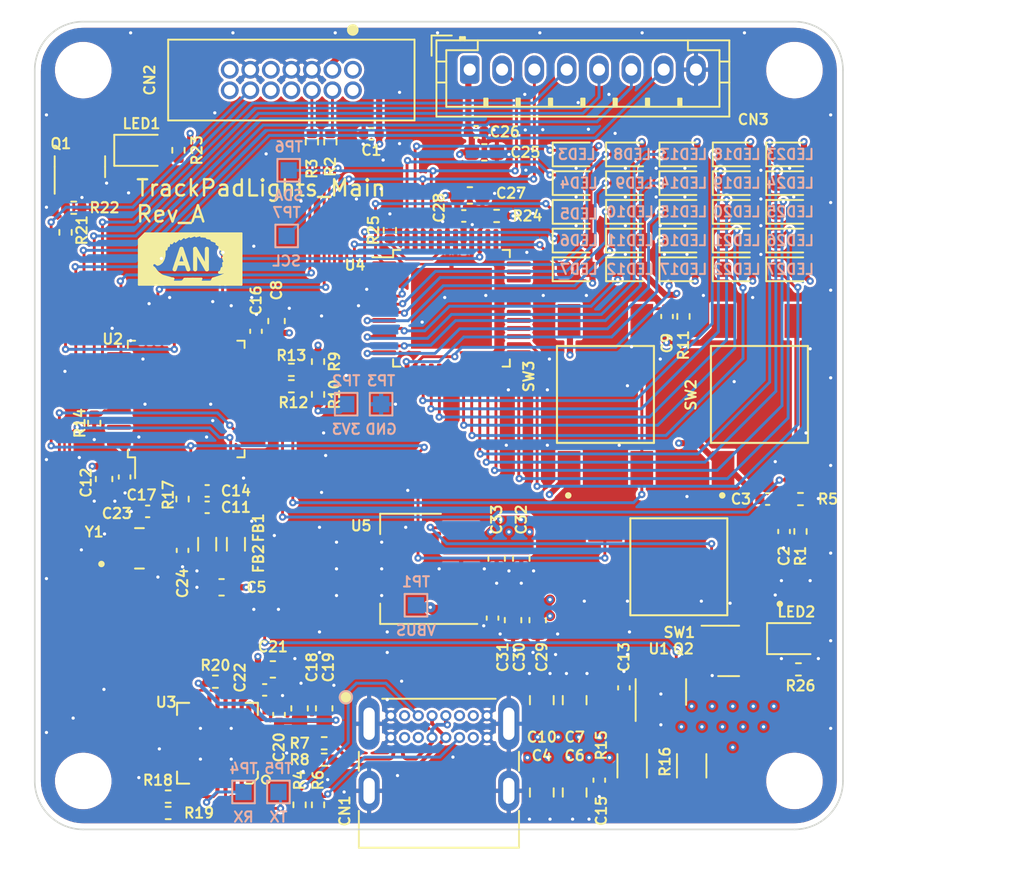
<source format=kicad_pcb>
(kicad_pcb (version 20211014) (generator pcbnew)
  (layers (0 "F.Cu" signal) (1 "In1.Cu" power "GND") (2 "In2.Cu" power "POWER") (31 "B.Cu" signal) (34 "B.Paste" user) (35 "F.Paste" user) (36 "B.SilkS" user "B.Silkscreen") (37 "F.SilkS" user "F.Silkscreen") (38 "B.Mask" user) (39 "F.Mask" user) (44 "Edge.Cuts" user))
  (net 0 "")
  (net 1 "+3V3")
  (net 2 "GND")
  (net 3 "/nRST")
  (net 4 "/UI_BT1")
  (net 5 "VDD")
  (net 6 "/UI_BT2")
  (net 7 "/3V3A")
  (net 8 "GNDA")
  (net 9 "Net-(C18-Pad1)")
  (net 10 "VBUS")
  (net 11 "Net-(C23-Pad1)")
  (net 12 "Net-(C24-Pad1)")
  (net 13 "Net-(CN1-PadA5)")
  (net 14 "/USB1_P")
  (net 15 "/USB1_N")
  (net 17 "Net-(CN1-PadB5)")
  (net 21 "Net-(CN2-Pad4)")
  (net 22 "Net-(CN2-Pad6)")
  (net 28 "/I2C_SDA")
  (net 29 "/I2C_SCL")
  (net 30 "/CAP_nRST")
  (net 31 "/CAP_RDY")
  (net 32 "/CAP_SWIN")
  (net 33 "/CAP_PGM")
  (net 34 "Net-(LED1-Pad1)")
  (net 35 "Net-(LED1-Pad2)")
  (net 36 "Net-(LED2-Pad1)")
  (net 37 "Net-(LED2-Pad2)")
  (net 38 "/LED_OUT1")
  (net 39 "/LED_OUT2")
  (net 40 "/LED_OUT3")
  (net 41 "/LED_OUT4")
  (net 42 "/LED_OUT5")
  (net 43 "/LED_OUT6")
  (net 44 "/LED_OUT7")
  (net 45 "/LED_OUT8")
  (net 46 "/LED_OUT9")
  (net 47 "/LED_OUT10")
  (net 48 "/LED_OUT11")
  (net 49 "/LED_OUT12")
  (net 50 "/LED_OUT13")
  (net 51 "/LED_OUT14")
  (net 52 "/LED_OUT15")
  (net 53 "/LED_OUT16")
  (net 54 "/LED_OUT17")
  (net 55 "/LED_OUT18")
  (net 56 "/LED_OUT19")
  (net 57 "/LED_OUT20")
  (net 58 "/LED_OUT21")
  (net 59 "/LED_OUT22")
  (net 60 "/LED_OUT23")
  (net 61 "/LED_OUT24")
  (net 62 "/LED_OUT25")
  (net 63 "Net-(Q1-Pad1)")
  (net 64 "Net-(Q2-Pad1)")
  (net 65 "/SWDIO")
  (net 66 "/SWCLK")
  (net 67 "/USB_N")
  (net 68 "/USB_P")
  (net 69 "/STM_SCL")
  (net 70 "/STM_SDA")
  (net 71 "Net-(R14-Pad1)")
  (net 72 "Net-(R15-Pad2)")
  (net 73 "Net-(R17-Pad1)")
  (net 74 "/STM_TX")
  (net 75 "/UART_RX")
  (net 76 "/STM_RX")
  (net 77 "/UART_TX")
  (net 78 "Net-(R20-Pad2)")
  (net 79 "/TEST_LED")
  (net 80 "/LED_nSHUT")
  (net 81 "Net-(R25-Pad2)")
  (net 82 "/SENS_V")
  (footprint "Resistor_SMD:R_0402_1005Metric" (layer "F.Cu") (at 113.575 87.027 180)
    (fp_text reference "R24")
    (fp_text value "100k")
  )
  (footprint "Package_QFP:TQFP-48-1EP_7x7mm_P0.5mm_EP5x5mm" (layer "F.Cu") (at 110.781 92.742)
    (fp_text reference "U4")
    (fp_text value "IS31FL3236A-TQLS4-TR")
  )
  (footprint "MountingHole:MountingHole_3.2mm_M3_ISO7380" (layer "F.Cu") (at 131.99999 122.00001)
    (fp_text reference "H3" hide)
    (fp_text value "MountingHole")
  )
  (footprint "Resistor_SMD:R_0402_1005Metric" (layer "F.Cu") (at 132.244 115.094)
    (fp_text reference "R26")
    (fp_text value "1k")
  )
  (footprint "Resistor_SMD:R_0402_1005Metric" (layer "F.Cu") (at 88.683 99.854 -90)
    (fp_text reference "R14")
    (fp_text value "10k")
  )
  (footprint "LED_SMD:LED_0603_1608Metric" (layer "F.Cu") (at 128.434 84.994996)
    (fp_text reference "LED19")
    (fp_text value "19-213SUBC/S400-A5/S208-2/TR8")
  )
  (footprint "Capacitor_SMD:C_0402_1005Metric" (layer "F.Cu") (at 112.305 81.82)
    (fp_text reference "C26")
    (fp_text value "0.1uF")
  )
  (footprint "Resistor_SMD:R_1206_3216Metric" (layer "F.Cu") (at 121.957 121.063 -90)
    (fp_text reference "R15")
    (fp_text value "0.1")
  )
  (footprint "LED_SMD:LED_0603_1608Metric" (layer "F.Cu") (at 128.434 83.217)
    (fp_text reference "LED18")
    (fp_text value "19-213SUBC/S400-A5/S208-2/TR8")
  )
  (footprint "Resistor_SMD:R_0402_1005Metric" (layer "F.Cu") (at 125.132 93.25 90)
    (fp_text reference "R11")
    (fp_text value "4.7k")
  )
  (footprint "LED_SMD:LED_0603_1608Metric" (layer "F.Cu") (at 118.527992 83.216996)
    (fp_text reference "LED3")
    (fp_text value "19-213SUBC/S400-A5/S208-2/TR8")
  )
  (footprint "LED_SMD:LED_0603_1608Metric" (layer "F.Cu") (at 125.132 83.217)
    (fp_text reference "LED13")
    (fp_text value "19-213SUBC/S400-A5/S208-2/TR8")
  )
  (footprint "Capacitor_SMD:C_0603_1608Metric" (layer "F.Cu") (at 101.383 117.507 90)
    (fp_text reference "C18")
    (fp_text value "2.2uF")
  )
  (footprint "LED_SMD:LED_0603_1608Metric" (layer "F.Cu") (at 125.132 84.994996)
    (fp_text reference "LED14")
    (fp_text value "19-213SUBC/S400-A5/S208-2/TR8")
  )
  (footprint "Resistor_SMD:R_0402_1005Metric" (layer "F.Cu") (at 132.371 106.557 -90)
    (fp_text reference "R1")
    (fp_text value "4.7k")
  )
  (footprint "Package_TO_SOT_SMD:SOT-223-6_TabPin3" (layer "F.Cu") (at 108.241 108.871 180)
    (fp_text reference "U5")
    (fp_text value "MCP1826T-3302E_DC")
  )
  (footprint "LED_SMD:LED_0603_1608Metric" (layer "F.Cu") (at 131.735992 90.328996)
    (fp_text reference "LED27")
    (fp_text value "19-213SUBC/S400-A5/S208-2/TR8")
  )
  (footprint "Capacitor_SMD:C_0805_2012Metric" (layer "F.Cu") (at 118.401 122.714 -90)
    (fp_text reference "C6")
    (fp_text value "10uF")
  )
  (footprint "LED_SMD:LED_0603_1608Metric" (layer "F.Cu") (at 131.735992 84.994996)
    (fp_text reference "LED24")
    (fp_text value "19-213SUBC/S400-A5/S208-2/TR8")
  )
  (footprint "LED_SMD:LED_0603_1608Metric" (layer "F.Cu") (at 121.829992 88.550996)
    (fp_text reference "LED11")
    (fp_text value "19-213SUBC/S400-A5/S208-2/TR8")
  )
  (footprint "Capacitor_SMD:C_0603_1608Metric" (layer "F.Cu") (at 113.575 108.236 -90)
    (fp_text reference "C33")
    (fp_text value "2.2uF")
  )
  (footprint "personal:QFN28G_0.5-5X5MM" (layer "F.Cu") (at 96.303 119.666 180)
    (fp_text reference "U3")
    (fp_text value "CP2102-GMR")
  )
  (footprint "Capacitor_SMD:C_0402_1005Metric" (layer "F.Cu") (at 94.144 107.728 -90)
    (fp_text reference "C24")
    (fp_text value "20pF")
  )
  (footprint "Resistor_SMD:R_0402_1005Metric" (layer "F.Cu") (at 101.383 123.476 -90)
    (fp_text reference "R4")
    (fp_text value "5.1k_0603")
  )
  (footprint "LED_SMD:LED_0603_1608Metric" (layer "F.Cu") (at 121.83 83.217)
    (fp_text reference "LED8")
    (fp_text value "19-213SUBC/S400-A5/S208-2/TR8")
  )
  (footprint "LED_SMD:LED_0603_1608Metric" (layer "F.Cu") (at 118.527992 88.550996)
    (fp_text reference "LED6")
    (fp_text value "19-213SUBC/S400-A5/S208-2/TR8")
  )
  (footprint "personal:XTAL_ECS-240-8-33-AGN-TR" (layer "F.Cu") (at 91.477 107.601)
    (fp_text reference "Y1")
    (fp_text value "ECS-80-18-33-JGN-TR")
  )
  (footprint "Resistor_SMD:R_0402_1005Metric" (layer "F.Cu") (at 102.907 120.682 180)
    (fp_text reference "R8")
    (fp_text value "0")
  )
  (footprint "Resistor_SMD:R_0402_1005Metric" (layer "F.Cu") (at 132.371 104.553 180)
    (fp_text reference "R5")
    (fp_text value "4.7k")
  )
  (footprint "Package_QFP:LQFP-48_7x7mm_P0.5mm" (layer "F.Cu") (at 94.37 98.3585 90)
    (fp_text reference "U2")
    (fp_text value "STM32F030C8T6")
  )
  (footprint "LED_SMD:LED_0603_1608Metric" (layer "F.Cu") (at 128.434 86.772996)
    (fp_text reference "LED20")
    (fp_text value "19-213SUBC/S400-A5/S208-2/TR8")
  )
  (footprint "personal:SW_2-1437565-8" (layer "F.Cu") (at 124.8445 108.744 180)
    (fp_text reference "SW1")
    (fp_text value "FSM2JSMAA")
  )
  (footprint "Capacitor_SMD:C_0402_1005Metric" (layer "F.Cu") (at 91.985 105.315 180)
    (fp_text reference "C23")
    (fp_text value "20pF")
  )
  (footprint "Capacitor_SMD:C_0603_1608Metric" (layer "F.Cu") (at 102.907 117.507 90)
    (fp_text reference "C19")
    (fp_text value "2.2uF")
  )
  (footprint "Package_TO_SOT_SMD:SOT-23" (layer "F.Cu") (at 127.926 113.951)
    (fp_text reference "Q2")
    (fp_text value "2N7002")
  )
  (footprint "Capacitor_SMD:C_0805_2012Metric" (layer "F.Cu") (at 116.369 122.714 -90)
    (fp_text reference "C4")
    (fp_text value "10uF")
  )
  (footprint "Package_TO_SOT_SMD:SOT-23-5" (layer "F.Cu") (at 123.735 116.491 90)
    (fp_text reference "U1")
    (fp_text value "INA180B1IDBVT")
  )
  (footprint "Capacitor_SMD:C_0402_1005Metric" (layer "F.Cu") (at 100.113 117.888 90)
    (fp_text reference "C20")
    (fp_text value "0.1uF")
  )
  (footprint "Resistor_SMD:R_0402_1005Metric" (layer "F.Cu") (at 94.144 104.553 -90)
    (fp_text reference "R17")
    (fp_text value "1k")
  )
  (footprint "Capacitor_SMD:C_0805_2012Metric" (layer "F.Cu") (at 118.401 116.999 90)
    (fp_text reference "C7")
    (fp_text value "10uF")
  )
  (footprint "MountingHole:MountingHole_3.2mm_M3_ISO7380" (layer "F.Cu") (at 131.99999 77.999996)
    (fp_text reference "H1" hide)
    (fp_text value "MountingHole")
  )
  (footprint "LED_SMD:LED_0603_1608Metric" (layer "F.Cu") (at 128.434 88.550996)
    (fp_text reference "LED21")
    (fp_text value "19-213SUBC/S400-A5/S208-2/TR8")
  )
  (footprint "LED_SMD:LED_0603_1608Metric" (layer "F.Cu") (at 128.434 90.328996)
    (fp_text reference "LED22")
    (fp_text value "19-213SUBC/S400-A5/S208-2/TR8")
  )
  (footprint "Resistor_SMD:R_0402_1005Metric" (layer "F.Cu") (at 86.905 88.043 90)
    (fp_text reference "R21")
    (fp_text value "100")
  )
  (footprint "Capacitor_SMD:C_0603_1608Metric" (layer "F.Cu") (at 115.099 108.236 -90)
    (fp_text reference "C32")
    (fp_text value "2.2uF")
  )
  (footprint "Capacitor_SMD:C_0603_1608Metric" (layer "F.Cu") (at 96.557 110.014 180)
    (fp_text reference "C5")
    (fp_text value "2.2uF")
  )
  (footprint "Capacitor_SMD:C_0402_1005Metric" (layer "F.Cu") (at 119.925 121.952 -90)
    (fp_text reference "C15")
    (fp_text value "0.1uF")
  )
  (footprint "personal:2137160001" (layer "F.Cu") (at 110.000009 118.650004)
    (fp_text reference "CN1")
    (fp_text value "2137160001")
  )
  (footprint "LED_SMD:LED_0603_1608Metric" (layer "F.Cu") (at 118.527992 84.994996)
    (fp_text reference "LED4")
    (fp_text value "19-213SUBC/S400-A5/S208-2/TR8")
  )
  (footprint "Capacitor_SMD:C_0402_1005Metric" (layer "F.Cu") (at 90.56 103.1845 -90)
    (fp_text reference "C17")
    (fp_text value "0.1uF")
  )
  (footprint "LED_SMD:LED_0603_1608Metric" (layer "F.Cu") (at 121.829992 86.772996)
    (fp_text reference "LED10")
    (fp_text value "19-213SUBC/S400-A5/S208-2/TR8")
  )
  (footprint "Capacitor_SMD:C_0805_2012Metric" (layer "F.Cu") (at 116.369 116.999 90)
    (fp_text reference "C10")
    (fp_text value "10uF")
  )
  (footprint "Capacitor_SMD:C_0402_1005Metric" (layer "F.Cu") (at 95.668 105.061 180)
    (fp_text reference "C11")
    (fp_text value "1uF")
  )
  (footprint "Resistor_SMD:R_0402_1005Metric" (layer "F.Cu") (at 87.413 86.519 180)
    (fp_text reference "R22")
    (fp_text value "4.7k")
  )
  (footprint "Package_TO_SOT_SMD:SOT-23" (layer "F.Cu") (at 87.794 83.979 90)
    (fp_text reference "Q1")
    (fp_text value "2N7002")
  )
  (footprint "LED_SMD:LED_0603_1608Metric" (layer "F.Cu") (at 121.829992 90.328996)
    (fp_text reference "LED12")
    (fp_text value "19-213SUBC/S400-A5/S208-2/TR8")
  )
  (footprint "MountingHole:MountingHole_3.2mm_M3_ISO7380" (layer "F.Cu") (at 88.000002 77.999996)
    (fp_text reference "H2" hide)
    (fp_text value "MountingHole")
  )
  (footprint "Capacitor_SMD:C_0402_1005Metric" (layer "F.Cu") (at 105.828 81.947 180)
    (fp_text reference "C1")
    (fp_text value "0.1uF")
  )
  (footprint "personal:SW_2-1437565-8" (layer "F.Cu") (at 120.306 98.076 90)
    (fp_text reference "SW3")
    (fp_text value "FSM2JSMAA")
  )
  (footprint "Resistor_SMD:R_1206_3216Metric" (layer "F.Cu") (at 125.64 121.063 90)
    (fp_text reference "R16")
    (fp_text value "0.1")
  )
  (footprint "Capacitor_SMD:C_0603_1608Metric" (layer "F.Cu") (at 99.732 115.094)
    (fp_text reference "C21")
    (fp_text value "2.2uF")
  )
  (footprint "LED_SMD:LED_0603_1608Metric" (layer "F.Cu") (at 118.527992 86.772996)
    (fp_text reference "LED5")
    (fp_text value "19-213SUBC/S400-A5/S208-2/TR8")
  )
  (footprint "Capacitor_SMD:C_0402_1005Metric" (layer "F.Cu") (at 95.668 104.045 180)
    (fp_text reference "C14")
    (fp_text value "0.01uF")
  )
  (footprint "Resistor_SMD:R_0402_1005Metric" (layer "F.Cu") (at 102.145 82.455 -90)
    (fp_text reference "R3")
    (fp_text value "100")
  )
  (footprint "LED_SMD:LED_0805_2012Metric" (layer "F.Cu") (at 131.99 113.189)
    (fp_text reference "LED2")
    (fp_text value "NCD0805R1")
  )
  (footprint "Resistor_SMD:R_0402_1005Metric" (layer "F.Cu") (at 96.176 115.856)
    (fp_text reference "R20")
    (fp_text value "10k")
  )
  (footprint "LED_SMD:LED_0603_1608Metric" (layer "F.Cu") (at 131.735992 88.550996)
    (fp_text reference "LED26")
    (fp_text value "19-213SUBC/S400-A5/S208-2/TR8")
  )
  (footprint "Inductor_SMD:L_0805_2012Metric" (layer "F.Cu") (at 95.668 107.347 -90)
    (fp_text reference "FB2")
    (fp_text value "GZ2012D601TF")
  )
  (footprint "Capacitor_SMD:C_0402_1005Metric" (layer "F.Cu") (at 113.321 111.919 -90)
    (fp_text reference "C31")
    (fp_text value "0.1uF")
  )
  (footprint "LED_SMD:LED_0603_1608Metric" (layer "F.Cu") (at 125.132 88.550996)
    (fp_text reference "LED16")
    (fp_text value "19-213SUBC/S400-A5/S208-2/TR8")
  )
  (footprint "Resistor_SMD:R_0402_1005Metric" (layer "F.Cu") (at 100.875 97.568 180)
    (fp_text reference "R12")
    (fp_text value "33")
  )
  (footprint "Capacitor_SMD:C_0603_1608Metric" (layer "F.Cu") (at 99.958 93.5325 90)
    (fp_text reference "C8")
    (fp_text value "2.2uF")
  )
  (footprint "LED_SMD:LED_0603_1608Metric" (layer "F.Cu") (at 131.735992 86.772996)
    (fp_text reference "LED25")
    (fp_text value "19-213SUBC/S400-A5/S208-2/TR8")
  )
  (footprint "LED_SMD:LED_0603_1608Metric" (layer "F.Cu") (at 125.132 90.328996)
    (fp_text reference "LED17")
    (fp_text value "19-213SUBC/S400-A5/S208-2/TR8")
  )
  (footprint "Resistor_SMD:R_0402_1005Metric" (layer "F.Cu") (at 93.255 122.968)
    (fp_text reference "R18")
    (fp_text value "0")
  )
  (footprint "Capacitor_SMD:C_0402_1005Metric" (layer "F.Cu") (at 98.688 94.1675 90)
    (fp_text reference "C16")
    (fp_text value "0.1uF")
  )
  (footprint "Resistor_SMD:R_0402_1005Metric" (layer "F.Cu") (at 103.288 82.455 -90)
    (fp_text reference "R2")
    (fp_text value "100")
  )
  (footprint "LED_SMD:LED_0603_1608Metric" (layer "F.Cu") (at 121.829992 84.994996)
    (fp_text reference "LED9")
    (fp_text value "19-213SUBC/S400-A5/S208-2/TR8")
  )
  (footprint "Capacitor_SMD:C_0603_1608Metric" (layer "F.Cu") (at 111.919 85.757)
    (fp_text reference "C27")
    (fp_text value "2.2uF")
  )
  (footprint "Capacitor_SMD:C_0402_1005Metric" (layer "F.Cu") (at 111.543 87.027)
    (fp_text reference "C28")
    (fp_text value "0.1uF")
  )
  (footprint "LED_SMD:LED_0603_1608Metric" (layer "F.Cu") (at 125.132 86.772996)
    (fp_text reference "LED15")
    (fp_text value "19-213SUBC/S400-A5/S208-2/TR8")
  )
  (footprint "Inductor_SMD:L_0805_2012Metric" (layer "F.Cu") (at 97.446 107.347 90)
    (fp_text reference "FB1")
    (fp_text value "GZ2012D601TF")
  )
  (footprint "Resistor_SMD:R_0402_1005Metric" (layer "F.Cu") (at 93.89 82.963 90)
    (fp_text reference "R23")
    (fp_text value "1k")
  )
  (footprint "Capacitor_SMD:C_0603_1608Metric" (layer "F.Cu") (at 112.813 83.09)
    (fp_text reference "C25")
    (fp_text value "2.2uF")
  )
  (footprint "Capacitor_SMD:C_0603_1608Metric" (layer "F.Cu") (at 116.115 112.046 -90)
    (fp_text reference "C29")
    (fp_text value "2.2uF")
  )
  (footprint "Resistor_SMD:R_0402_1005Metric" (layer "F.Cu") (at 106.971 87.916 -90)
    (fp_text reference "R25")
    (fp_text value "4.7k")
  )
  (footprint "Capacitor_SMD:C_0402_1005Metric" (layer "F.Cu") (at 130.339 104.553)
    (fp_text reference "C3")
    (fp_text value "0.1uF")
  )
  (footprint "Capacitor_SMD:C_0402_1005Metric" (layer "F.Cu") (at 131.355 106.557 90)
    (fp_text reference "C2")
    (fp_text value "0.1uF")
  )
  (footprint "Resistor_SMD:R_0402_1005Metric" (layer "F.Cu") (at 102.526 96.044 90)
    (fp_text reference "R9")
    (fp_text value "4.7k")
  )
  (footprint "personal:SW_2-1437565-8" (layer "F.Cu") (at 129.831 98.076 90)
    (fp_text reference "SW2")
    (fp_text value "FSM2JSMAA")
  )
  (footprint "Resistor_SMD:R_0402_1005Metric" (layer "F.Cu") (at 102.526 123.476 -90)
    (fp_text reference "R6")
    (fp_text value "5.1k_0603")
  )
  (footprint "Resistor_SMD:R_0402_1005Metric" (layer "F.Cu") (at 100.875 96.552 180)
    (fp_text reference "R13")
    (fp_text value "33")
  )
  (footprint "Resistor_SMD:R_0402_1005Metric" (layer "F.Cu") (at 102.526 98.076 -90)
    (fp_text reference "R10")
    (fp_text value "4.7k")
  )
  (footprint "LED_SMD:LED_0603_1608Metric" (layer "F.Cu") (at 131.735992 83.216996)
    (fp_text reference "LED23")
    (fp_text value "19-213SUBC/S400-A5/S208-2/TR8")
  )
  (footprint "Connector_JST:JST_PH_B8B-PH-K_1x08_P2.00mm_Vertical" (layer "F.Cu") (at 111.909 77.968)
    (fp_text reference "CN3")
    (fp_text value "B8B-PH-K-S(LF)(SN)")
  )
  (footprint "Capacitor_SMD:C_0402_1005Metric" (layer "F.Cu") (at 121.449 116.237 90)
    (fp_text reference "C13")
    (fp_text value "0.1uF")
  )
  (footprint "MountingHole:MountingHole_3.2mm_M3_ISO7380" (layer "F.Cu") (at 88.000002 122.00001)
    (fp_text reference "H4" hide)
    (fp_text value "MountingHole")
  )
  (footprint "LED_SMD:LED_0805_2012Metric" (layer "F.Cu") (at 91.604 82.963)
    (fp_text reference "LED1")
    (fp_text value "NCD0805R1")
  )
  (footprint "Capacitor_SMD:C_0603_1608Metric" (layer "F.Cu") (at 89.29 103.3115 -90)
    (fp_text reference "C12")
    (fp_text value "2.2uF")
  )
  (footprint "personal:LogoSmall" (layer "F.Cu") (at 91.44 91.281504)
    (fp_text reference "REF**" hide)
    (fp_text value "LogoSmall" hide)
  )
  (footprint "Resistor_SMD:R_0402_1005Metric" (layer "F.Cu") (at 102.907 119.666 180)
    (fp_text reference "R7")
    (fp_text value "0")
  )
  (footprint "LED_SMD:LED_0603_1608Metric" (layer "F.Cu") (at 118.527992 90.328996)
    (fp_text reference "LED7")
    (fp_text value "19-213SUBC/S400-A5/S208-2/TR8")
  )
  (footprint "Resistor_SMD:R_0402_1005Metric" (layer "F.Cu") (at 93.255 123.984)
    (fp_text reference "R19")
    (fp_text value "0")
  )
  (footprint "Capacitor_SMD:C_0402_1005Metric" (layer "F.Cu") (at 99.224 116.364)
    (fp_text reference "C22")
    (fp_text value "0.1uF")
  )
  (footprint "personal:3220-14-0100-00" (layer "F.Cu") (at 100.875 78.614 180)
    (fp_text reference "CN2")
    (fp_text value "3220-14-0100-00")
  )
  (footprint "Capacitor_SMD:C_0603_1608Metric" (layer "F.Cu") (at 114.591 112.046 -90)
    (fp_text reference "C30")
    (fp_text value "2.2uF")
  )
  (footprint "Capacitor_SMD:C_0402_1005Metric" (layer "F.Cu") (at 124.116 93.25 90)
    (fp_text reference "C9")
    (fp_text value "0.1uF")
  )
  (footprint "personal:CurrentTestPoint" (layer "B.Cu") (at 108.585 111.125 180)
    (fp_text reference "TP1")
    (fp_text value "VBUS")
  )
  (footprint "personal:CurrentTestPoint" (layer "B.Cu") (at 100.711 84.201 180)
    (fp_text reference "TP6")
    (fp_text value "SDA")
  )
  (footprint "personal:CurrentTestPoint" (layer "B.Cu") (at 100.584 88.265 180)
    (fp_text reference "TP7")
    (fp_text value "SCL")
  )
  (footprint "personal:CurrentTestPoint" (layer "B.Cu") (at 97.917 122.682 180)
    (fp_text reference "TP4")
    (fp_text value "RX")
  )
  (footprint "personal:CurrentTestPoint" (layer "B.Cu") (at 106.426 98.679 180)
    (fp_text reference "TP3")
    (fp_text value "GND")
  )
  (footprint "personal:CurrentTestPoint" (layer "B.Cu") (at 100.076 122.682 180)
    (fp_text reference "TP5")
    (fp_text value "TX")
  )
  (footprint "personal:CurrentTestPoint" (layer "B.Cu") (at 104.267 98.679 180)
    (fp_text reference "TP2")
    (fp_text value "3V3")
  )
  (gr_line (start 88 75) (end 132 75) (layer "Edge.Cuts") (width 0.1))
  (gr_arc (start 88 125) (mid 85.87868 124.12132) (end 85 122) (layer "Edge.Cuts") (width 0.1))
  (gr_arc (start 135 122) (mid 134.12132 124.12132) (end 132 125) (layer "Edge.Cuts") (width 0.1))
  (gr_line (start 132 125) (end 88 125) (layer "Edge.Cuts") (width 0.1))
  (gr_line (start 135 78) (end 135 122) (layer "Edge.Cuts") (width 0.1))
  (gr_arc (start 85 78) (mid 85.87868 75.87868) (end 88 75) (layer "Edge.Cuts") (width 0.1))
  (gr_line (start 85 122) (end 85 78) (layer "Edge.Cuts") (width 0.1))
  (gr_arc (start 132 75) (mid 134.12132 75.87868) (end 135 78) (layer "Edge.Cuts") (width 0.1))
  (gr_text "TrackPadLights_Main\nRev_A" (at 91.186 86.106) (layer "F.SilkS") (effects (font (size 1 1)) (justify left)))
  (segment (start 127.581 102.626) (end 127.932 102.626) (width 0.381) (layer "F.Cu") (net 1))
  (segment (start 116.84 104.267) (end 118.056 103.051) (width 0.381) (layer "F.Cu") (net 1))
  (segment (start 133.03342 105.714247) (end 133.03342 106.40458) (width 0.381) (layer "F.Cu") (net 1))
  (segment (start 97.332 108.5235) (end 97.446 108.4095) (width 0.381) (layer "F.Cu") (net 1))
  (segment (start 97.332 110.014) (end 97.332 108.5235) (width 0.381) (layer "F.Cu") (net 1))
  (segment (start 118.11 95.631) (end 118.11 93.58) (width 0.381) (layer "F.Cu") (net 1))
  (segment (start 104.013 76.962) (end 103.415 77.56) (width 0.381) (layer "F.Cu") (net 1))
  (segment (start 91.4365 102.7045) (end 91.62 102.521) (width 0.381) (layer "F.Cu") (net 1))
  (segment (start 126.238 94.869) (end 127.581 93.526) (width 0.381) (layer "F.Cu") (net 1))
  (segment (start 132.371 107.067) (end 132.09758 107.34042) (width 0.381) (layer "F.Cu") (net 1))
  (segment (start 103.415 77.56) (end 103.415 77.979) (width 0.381) (layer "F.Cu") (net 1))
  (segment (start 111.144 85.757) (end 111.144 86.946) (width 0.381) (layer "F.Cu") (net 1))
  (segment (start 118.056 103.051) (end 118.056 102.626) (width 0.381) (layer "F.Cu") (net 1))
  (segment (start 98.081 110.014) (end 97.332 110.014) (width 0.381) (layer "F.Cu") (net 1))
  (segment (start 111.825 81.82) (end 111.825 78.052) (width 0.381) (layer "F.Cu") (net 1))
  (segment (start 98.688 94.6475) (end 98.688 95.453) (width 0.381) (layer "F.Cu") (net 1))
  (segment (start 112.038 82.033) (end 111.825 81.82) (width 0.381) (layer "F.Cu") (net 1))
  (segment (start 111.531 87.751679) (end 111.531 88.5795) (width 0.381) (layer "F.Cu") (net 1))
  (segment (start 98.688 95.453) (end 98.5325 95.6085) (width 0.381) (layer "F.Cu") (net 1))
  (segment (start 129.859 104.553) (end 129.859 104.585244) (width 0.381) (layer "F.Cu") (net 1))
  (segment (start 88.556 102.521) (end 89.2745 102.521) (width 0.381) (layer "F.Cu") (net 1))
  (segment (start 129.859 104.585244) (end 130.556756 105.283) (width 0.381) (layer "F.Cu") (net 1))
  (segment (start 110.4 85.757) (end 111.144 85.757) (width 0.381) (layer "F.Cu") (net 1))
  (segment (start 90.392 102.5365) (end 90.56 102.7045) (width 0.381) (layer "F.Cu") (net 1))
  (segment (start 124.079 94.869) (end 126.238 94.869) (width 0.381) (layer "F.Cu") (net 1))
  (segment (start 112.038 83.09) (end 112.038 82.033) (width 0.381) (layer "F.Cu") (net 1))
  (segment (start 123.952 93.894) (end 124.116 93.73) (width 0.381) (layer "F.Cu") (net 1))
  (segment (start 99.958 94.3075) (end 99.028 94.3075) (width 0.381) (layer "F.Cu") (net 1))
  (segment (start 133.03342 106.40458) (end 132.371 107.067) (width 0.381) (layer "F.Cu") (net 1))
  (segment (start 106.308 81.947) (end 106.308 77.606) (width 0.381) (layer "F.Cu") (net 1))
  (segment (start 89.2745 102.521) (end 89.29 102.5365) (width 0.381) (layer "F.Cu") (net 1))
  (segment (start 111.289 83.217) (end 111.416 83.09) (width 0.381) (layer "F.Cu") (net 1))
  (segment (start 99.028 94.3075) (end 98.688 94.6475) (width 0.381) (layer "F.Cu") (net 1))
  (segment (start 106.336 82.582) (end 106.308 82.554) (width 0.381) (layer "F.Cu") (net 1))
  (segment (start 106.308 77.606) (end 105.664 76.962) (width 0.381) (layer "F.Cu") (net 1))
  (segment (start 111.063 87.027) (end 111.063 87.283679) (width 0.381) (layer "F.Cu") (net 1))
  (segment (start 90.56 102.7045) (end 90.56 101.461) (width 0.381) (layer "F.Cu") (net 1))
  (segment (start 132.602173 105.283) (end 133.03342 105.714247) (width 0.381) (layer "F.Cu") (net 1))
  (segment (start 124.079 94.869) (end 123.952 94.742) (width 0.381) (layer "F.Cu") (net 1))
  (segment (start 94.615 82.748) (end 93.89 83.473) (width 0.381) (layer "F.Cu") (net 1))
  (segment (start 132.09758 107.34042) (end 132.09758 114.73042) (width 0.381) (layer "F.Cu") (net 1))
  (segment (start 102.526 99.092) (end 102.526 98.586) (width 0.381) (layer "F.Cu") (net 1))
  (segment (start 124.841 101.092) (end 126.047 101.092) (width 0.381) (layer "F.Cu") (net 1))
  (segment (start 111.416 83.09) (end 112.038 83.09) (width 0.381) (layer "F.Cu") (net 1))
  (segment (start 127.932 102.626) (end 129.859 104.553) (width 0.381) (layer "F.Cu") (net 1))
  (segment (start 114.591 87.027) (end 114.085 87.027) (width 0.381) (layer "F.Cu") (net 1))
  (segment (start 111.825 78.052) (end 111.909 77.968) (width 0.381) (layer "F.Cu") (net 1))
  (segment (start 99.9995 94.266) (end 99.958 94.3075) (width 0.381) (layer "F.Cu") (net 1))
  (segment (start 111.144 86.946) (end 111.063 87.027) (width 0.381) (layer "F.Cu") (net 1))
  (segment (start 132.09758 114.73042) (end 131.734 115.094) (width 0.381) (layer "F.Cu") (net 1))
  (segment (start 102.526 95.028) (end 102.526 95.534) (width 0.381) (layer "F.Cu") (net 1))
  (segment (start 111.063 87.283679) (end 111.531 87.751679) (width 0.381) (layer "F.Cu") (net 1))
  (segment (start 123.952 94.742) (end 123.952 93.894) (width 0.381) (layer "F.Cu") (net 1))
  (segment (start 118.11 93.58) (end 118.056 93.526) (width 0.381) (layer "F.Cu") (net 1))
  (segment (start 105.664 76.962) (end 104.013 76.962) (width 0.381) (layer "F.Cu") (net 1))
  (segment (start 94.615 81.915) (end 94.615 82.748) (width 0.381) (layer "F.Cu") (net 1))
  (segment (start 90.56 101.461) (end 90.2075 101.1085) (width 0.381) (layer "F.Cu") (net 1))
  (segment (start 90.56 102.7045) (end 91.4365 102.7045) (width 0.381) (layer "F.Cu") (net 1))
  (segment (start 106.308 82.554) (end 106.308 81.947) (width 0.381) (layer "F.Cu") (net 1))
  (segment (start 126.047 101.092) (end 127.581 102.626) (width 0.381) (layer "F.Cu") (net 1))
  (segment (start 100.748 94.266) (end 99.9995 94.266) (width 0.381) (layer "F.Cu") (net 1))
  (segment (start 130.556756 105.283) (end 132.602173 105.283) (width 0.381) (layer "F.Cu") (net 1))
  (segment (start 89.29 102.5365) (end 90.392 102.5365) (width 0.381) (layer "F.Cu") (net 1))
  (via (at 94.615 81.915) (size 0.45) (drill 0.2) (layers "F.Cu" "B.Cu") (net 1))
  (via (at 115.607 106.585) (size 0.45) (drill 0.2) (layers "F.Cu" "B.Cu") (net 1))
  (via (at 102.526 95.028) (size 0.45) (drill 0.2) (layers "F.Cu" "B.Cu") (net 1))
  (via (at 124.841 101.092) (size 0.45) (drill 0.2) (layers "F.Cu" "B.Cu") (net 1))
  (via (at 115.099 105.823) (size 0.45) (drill 0.2) (layers "F.Cu" "B.Cu") (net 1))
  (via (at 113.829 105.823) (size 0.45) (drill 0.2) (layers "F.Cu" "B.Cu") (net 1))
  (via (at 114.591 87.027) (size 0.45) (drill 0.2) (layers "F.Cu" "B.Cu") (net 1))
  (via (at 88.556 102.521) (size 0.45) (drill 0.2) (layers "F.Cu" "B.Cu") (net 1))
  (via (at 113.194 106.585) (size 0.45) (drill 0.2) (layers "F.Cu" "B.Cu") (net 1))
  (via (at 102.526 99.092) (size 0.45) (drill 0.2) (layers "F.Cu" "B.Cu") (net 1))
  (via (at 124.079 94.869) (size 0.45) (drill 0.2) (layers "F.Cu" "B.Cu") (net 1))
  (via (at 118.11 95.631) (size 0.45) (drill 0.2) (layers "F.Cu" "B.Cu") (net 1))
  (via (at 106.336 82.582) (size 0.45) (drill 0.2) (layers "F.Cu" "B.Cu") (net 1))
  (via (at 114.337 106.585) (size 0.45) (drill 0.2) (layers "F.Cu" "B.Cu") (net 1))
  (via (at 98.081 110.014) (size 0.45) (drill 0.2) (layers "F.Cu" "B.Cu") (net 1))
  (via (at 116.84 104.267) (size 0.45) (drill 0.2) (layers "F.Cu" "B.Cu") (net 1))
  (via (at 110.4 85.757) (size 0.45) (drill 0.2) (layers "F.Cu" "B.Cu") (net 1))
  (via (at 100.748 94.266) (size 0.45) (drill 0.2) (layers "F.Cu" "B.Cu") (net 1))
  (via (at 111.289 83.217) (size 0.45) (drill 0.2) (layers "F.Cu" "B.Cu") (net 1))
  (segment (start 102.526 99.092) (end 103.854 99.092) (width 0.381) (layer "B.Cu") (net 1))
  (segment (start 103.854 99.092) (end 104.267 98.679) (width 0.381) (layer "B.Cu") (net 1))
  (via (at 106.426 85.344) (size 0.45) (drill 0.2) (layers "F.Cu" "B.Cu") (net 2))
  (via (at 89.445 84.995) (size 0.45) (drill 0.2) (layers "F.Cu" "B.Cu") (net 2))
  (via (at 130.81 102.235) (size 0.45) (drill 0.2) (layers "F.Cu" "B.Cu") (net 2))
  (via (at 95.25 118.745) (size 0.45) (drill 0.2) (layers "F.Cu" "B.Cu") (net 2))
  (via (at 115.348607 81.704064) (size 0.45) (drill 0.2) (layers "F.Cu" "B.Cu") (net 2))
  (via (at 107.315 98.679) (size 0.45) (drill 0.2) (layers "F.Cu" "B.Cu") (net 2))
  (via (at 114.337 108.998) (size 0.45) (drill 0.2) (layers "F.Cu" "B.Cu") (net 2))
  (via (at 121.539 84.074) (size 0.45) (drill 0.2) (layers "F.Cu" "B.Cu") (net 2))
  (via (at 115.443 89.281) (size 0.45) (drill 0.2) (layers "F.Cu" "B.Cu") (net 2))
  (via (at 125.222 87.63) (size 0.45) (drill 0.2) (layers "F.Cu" "B.Cu") (net 2))
  (via (at 103.669 108.871) (size 0.45) (drill 0.2) (layers "F.Cu" "B.Cu") (net 2))
  (via (at 130.81 110.49) (size 0.45) (drill 0.2) (layers "F.Cu" "B.Cu") (net 2))
  (via (at 106.807 112.776) (size 0.45) (drill 0.2) (layers "F.Cu" "B.Cu") (net 2))
  (via (at 90.932 94.742) (size 0.45) (drill 0.2) (layers "F.Cu" "B.Cu") (net 2))
  (via (at 108.966 93.599) (size 0.45) (drill 0.2) (layers "F.Cu" "B.Cu") (net 2))
  (via (at 123.952 89.408) (size 0.45) (drill 0.2) (layers "F.Cu" "B.Cu") (net 2))
  (via (at 106.971 86.9) (size 0.45) (drill 0.2) (layers "F.Cu" "B.Cu") (net 2))
  (via (at 123.698 87.63) (size 0.45) (drill 0.2) (layers "F.Cu" "B.Cu") (net 2))
  (via (at 98.716 93.123) (size 0.45) (drill 0.2) (layers "F.Cu" "B.Cu") (net 2))
  (via (at 100.584 120.269) (size 0.45) (drill 0.2) (layers "F.Cu" "B.Cu") (net 2))
  (via (at 129.413 92.075) (size 0.45) (drill 0.2) (layers "F.Cu" "B.Cu") (net 2))
  (via (at 98.425 105.918) (size 0.45) (drill 0.2) (layers "F.Cu" "B.Cu") (net 2))
  (via (at 102.743 104.14) (size 0.45) (drill 0.2) (layers "F.Cu" "B.Cu") (net 2))
  (via (at 120.523 79.502) (size 0.45) (drill 0.2) (layers "F.Cu" "B.Cu") (net 2))
  (via (at 113.575 109.76) (size 0.45) (drill 0.2) (layers "F.Cu" "B.Cu") (net 2))
  (via (at 131.318 107.569) (size 0.45) (drill 0.2) (layers "F.Cu" "B.Cu") (net 2))
  (via (at 91.44 121.793) (size 0.45) (drill 0.2) (layers "F.Cu" "B.Cu") (net 2))
  (via (at 116.713 101.219) (size 0.45) (drill 0.2) (layers "F.Cu" "B.Cu") (net 2))
  (via (at 128.905 75.692) (size 0.45) (drill 0.2) (layers "F.Cu" "B.Cu") (net 2))
  (via (at 108.077 104.013) (size 0.45) (drill 0.2) (layers "F.Cu" "B.Cu") (net 2))
  (via (at 131.191 114.427) (size 0.45) (drill 0.2) (layers "F.Cu" "B.Cu") (net 2))
  (via (at 105.537 91.567) (size 0.45) (drill 0.2) (layers "F.Cu" "B.Cu") (net 2))
  (via (at 116.713 97.79) (size 0.45) (drill 0.2) (layers "F.Cu" "B.Cu") (net 2))
  (via (at 106.463 110.522) (size 0.45) (drill 0.2) (layers "F.Cu" "B.Cu") (net 2))
  (via (at 121.92 95.123) (size 0.45) (drill 0.2) (layers "F.Cu" "B.Cu") (net 2))
  (via (at 92.62 109.379) (size 0.45) (drill 0.2) (layers "F.Cu" "B.Cu") (net 2))
  (via (at 87.921 85.884) (size 0.45) (drill 0.2) (layers "F.Cu" "B.Cu") (net 2))
  (via (at 90.805 85.598) (size 0.45) (drill 0.2) (layers "F.Cu" "B.Cu") (net 2))
  (via (at 116.877 115.348) (size 0.45) (drill 0.2) (layers "F.Cu" "B.Cu") (net 2))
  (via (at 112.776 112.395) (size 0.45) (drill 0.2) (layers "F.Cu" "B.Cu") (net 2))
  (via (at 134.239 86.196714) (size 0.45) (drill 0.2) (layers "F.Cu" "B.Cu") (net 2))
  (via (at 115.824 86.868) (size 0.45) (drill 0.2) (layers "F.Cu" "B.Cu") (net 2))
  (via (at 134.239 80.772) (size 0.45) (drill 0.2) (layers "F.Cu" "B.Cu") (net 2))
  (via (at 115.316 79.502) (size 0.45) (drill 0.2) (layers "F.Cu" "B.Cu") (net 2))
  (via (at 121.539 89.408) (size 0.45) (drill 0.2) (layers "F.Cu" "B.Cu") (net 2))
  (via (at 129.921 89.408) (size 0.45) (drill 0.2) (layers "F.Cu" "B.Cu") (net 2))
  (via (at 110.363 92.075) (size 0.45) (drill 0.2) (layers "F.Cu" "B.Cu") (net 2))
  (via (at 132.715 100.457) (size 0.45) (drill 0.2) (layers "F.Cu" "B.Cu") (net 2))
  (via (at 86.868 96.647) (size 0.45) (drill 0.2) (layers "F.Cu" "B.Cu") (net 2))
  (via (at 110.019 108.871) (size 0.45) (drill 0.2) (layers "F.Cu" "B.Cu") (net 2))
  (via (at 134.239 107.89557) (size 0.45) (drill 0.2) (layers "F.Cu" "B.Cu") (net 2))
  (via (at 103.669 110.522) (size 0.45) (drill 0.2) (layers "F.Cu" "B.Cu") (net 2))
  (via (at 121.449 115.221) (size 0.45) (drill 0.2) (layers "F.Cu" "B.Cu") (net 2))
  (via (at 119.925 122.968) (size 0.45) (drill 0.2) (layers "F.Cu" "B.Cu") (net 2))
  (via (at 101.473 86.106) (size 0.45) (drill 0.2) (layers "F.Cu" "B.Cu") (net 2))
  (via (at 125.349 89.408) (size 0.45) (drill 0.2) (layers "F.Cu" "B.Cu") (net 2))
  (via (at 126.365 91.948) (size 0.45) (drill 0.2) (layers "F.Cu" "B.Cu") (net 2))
  (via (at 92.71 120.015) (size 0.45) (drill 0.2) (layers "F.Cu" "B.Cu") (net 2))
  (via (at 93.345 92.075) (size 0.45) (drill 0.2) (layers "F.Cu" "B.Cu") (net 2))
  (via (at 89.953 104.68) (size 0.45) (drill 0.2) (layers "F.Cu" "B.Cu") (net 2))
  (via (at 102.616 112.776) (size 0.45) (drill 0.2) (layers "F.Cu" "B.Cu") (net 2))
  (via (at 90.932 75.692) (size 0.45) (drill 0.2) (layers "F.Cu" "B.Cu") (net 2))
  (via (at 129.921 84.201) (size 0.45) (drill 0.2) (layers "F.Cu" "B.Cu") (net 2))
  (via (at 122.576165 75.692) (size 0.45) (drill 0.2) (layers "F.Cu" "B.Cu") (net 2))
  (via (at 102.616 106.299) (size 0.45) (drill 0.2) (layers "F.Cu" "B.Cu") (net 2))
  (via (at 101.6 121.412) (size 0.45) (drill 0.2) (layers "F.Cu" "B.Cu") (net 2))
  (via (at 107.569 82.55) (size 0.45) (drill 0.2) (layers "F.Cu" "B.Cu") (net 2))
  (via (at 90.969 105.315) (size 0.45) (drill 0.2) (layers "F.Cu" "B.Cu") (net 2))
  (via (at 115.607 115.348) (size 0.45) (drill 0.2) (layers "F.Cu" "B.Cu") (net 2))
  (via (at 126.238 110.871) (size 0.45) (drill 0.2) (layers "F.Cu" "B.Cu") (net 2))
  (via (at 92.837 89.662) (size 0.45) (drill 0.2) (layers "F.Cu" "B.Cu") (net 2))
  (via (at 119.253 81.661) (size 0.45) (drill 0.2) (layers "F.Cu" "B.Cu") (net 2))
  (via (at 100.076 111.379) (size 0.45) (drill 0.2) (layers "F.Cu" "B.Cu") (net 2))
  (via (at 115.861 108.998) (size 0.45) (drill 0.2) (layers "F.Cu" "B.Cu") (net 2))
  (via (at 112.903 91.948) (size 0.45) (drill 0.2) (layers "F.Cu" "B.Cu") (net 2))
  (via (at 118.274 124.365) (size 0.45) (drill 0.2) (layers "F.Cu" "B.Cu") (net 2))
  (via (at 113.792 112.903) (size 0.45) (drill 0.2) (layers "F.Cu" "B.Cu") (net 2))
  (via (at 123.735 116.618) (size 0.45) (drill 0.2) (layers "F.Cu" "B.Cu") (net 2))
  (via (at 87.376 118.11) (size 0.45) (drill 0.2) (layers "F.Cu" "B.Cu") (net 2))
  (via (at 133.477 104.521) (size 0.45) (drill 0.2) (layers "F.Cu" "B.Cu") (net 2))
  (via (at 116.247332 75.692) (size 0.45) (drill 0.2) (layers "F.Cu" "B.Cu") (net 2))
  (via (at 114.3 97.79) (size 0.45) (drill 0.2) (layers "F.Cu" "B.Cu") (net 2))
  (via (at 105.32 82.582) (size 0.45) (drill 0.2) (layers "F.Cu" "B.Cu") (net 2))
  (via (at 114.337 83.217) (size 0.45) (drill 0.2) (layers "F.Cu" "B.Cu") (net 2))
  (via (at 118.491 85.852) (size 0.45) (drill 0.2) (layers "F.Cu" "B.Cu") (net 2))
  (via (at 131.191 109.601) (size 0.45) (drill 0.2) (layers "F.Cu" "B.Cu") (net 2))
  (via (at 91.694 95.885) (size 0.45) (drill 0.2) (layers "F.Cu" "B.Cu") (net 2))
  (via (at 105.029 92.583) (size 0.45) (drill 0.2) (layers "F.Cu" "B.Cu") (net 2))
  (via (at 115.099 109.76) (size 0.45) (drill 0.2) (layers "F.Cu" "B.Cu") (net 2))
  (via (at 87.757 101.981) (size 0.45) (drill 0.2) (layers "F.Cu" "B.Cu") (net 2))
  (via (at 97.155 118.745) (size 0.45) (drill 0.2) (layers "F.Cu" "B.Cu") (net 2))
  (via (at 115.824 114.046) (size 0.45) (drill 0.2) (layers "F.Cu" "B.Cu") (net 2))
  (via (at 104.267 96.901) (size 0.45) (drill 0.2) (layers "F.Cu" "B.Cu") (net 2))
  (via (at 117.893 115.348) (size 0.45) (drill 0.2) (layers "F.Cu" "B.Cu") (net 2))
  (via (at 125.222 85.852) (size 0.45) (drill 0.2) (layers "F.Cu" "B.Cu") (net 2))
  (via (at 114.173 101.219) (size 0.45) (drill 0.2) (layers "F.Cu" "B.Cu") (net 2))
  (via (at 120.904 81.915) (size 0.45) (drill 0.2) (layers "F.Cu" "B.Cu") (net 2))
  (via (at 95.033 108.998) (size 0.45) (drill 0.2) (layers "F.Cu" "B.Cu") (net 2))
  (via (at 110.871 120.523) (size 0.45) (drill 0.2) (layers "F.Cu" "B.Cu") (net 2))
  (via (at 85.725 118.999) (size 0.45) (drill 0.2) (layers "F.Cu" "B.Cu") (net 2))
  (via (at 89.318 106.712) (size 0.45) (drill 0.2) (layers "F.Cu" "B.Cu") (net 2))
  (via (at 116.84 95.885) (size 0.45) (drill 0.2) (layers "F.Cu" "B.Cu") (net 2))
  (via (at 106.463 107.22) (size 0.45) (drill 0.2) (layers "F.Cu" "B.Cu") (net 2))
  (via (at 134.239 118.745) (size 0.45) (drill 0.2) (layers "F.Cu" "B.Cu") (net 2))
  (via (at 121.158 101.219) (size 0.45) (drill 0.2) (layers "F.Cu" "B.Cu") (net 2))
  (via (at 134.239 102.470856) (size 0.45) (drill 0.2) (layers "F.Cu" "B.Cu") (net 2))
  (via (at 121.666 110.871) (size 0.45) (drill 0.2) (layers "F.Cu" "B.Cu") (net 2))
  (via (at 121.793 112.776) (size 0.45) (drill 0.2) (layers "F.Cu" "B.Cu") (net 2))
  (via (at 102.616 114.046) (size 0.45) (drill 0.2) (layers "F.Cu" "B.Cu") (net 2))
  (via (at 123.698 95.885) (size 0.45) (drill 0.2) (layers "F.Cu" "B.Cu") (net 2))
  (via (at 95.25 120.65) (size 0.45) (drill 0.2) (layers "F.Cu" "B.Cu") (net 2))
  (via (at 117.221 114.173) (size 0.45) (drill 0.2) (layers "F.Cu" "B.Cu") (net 2))
  (via (at 123.735 118.523) (size 0.45) (drill 0.2) (layers "F.Cu" "B.Cu") (net 2))
  (via (at 85.725 102.108) (size 0.45) (drill 0.2) (layers "F.Cu" "B.Cu") (net 2))
  (via (at 115.383386 84.193776) (size 0.45) (drill 0.2) (layers "F.Cu" "B.Cu") (net 2))
  (via (at 103.124 121.92) (size 0.45) (drill 0.2) (layers "F.Cu" "B.Cu") (net 2))
  (via (at 119.126 91.948) (size 0.45) (drill 0.2) (layers "F.Cu" "B.Cu") (net 2))
  (via (at 123.444 84.074) (size 0.45) (drill 0.2) (layers "F.Cu" "B.Cu") (net 2))
  (via (at 106.553 83.566) (size 0.45) (drill 0.2) (layers "F.Cu" "B.Cu") (net 2))
  (via (at 107.696 115.824) (size 0.45) (drill 0.2) (layers "F.Cu" "B.Cu") (net 2))
  (via (at 97.155 120.65) (size 0.45) (drill 0.2) (layers "F.Cu" "B.Cu") (net 2))
  (via (at 110.236 87.376) (size 0.45) (drill 0.2) (layers "F.Cu" "B.Cu") (net 2))
  (via (at 129.921 87.63) (size 0.45) (drill 0.2) (layers "F.Cu" "B.Cu") (net 2))
  (via (at 85.725 80.772) (size 0.45) (drill 0.2) (layers "F.Cu" "B.Cu") (net 2))
  (via (at 91.44 100.711) (size 0.45) (drill 0.2) (layers "F.Cu" "B.Cu") (net 2))
  (via (at 121.539 85.852) (size 0.45) (drill 0.2) (layers "F.Cu" "B.Cu") (net 2))
  (via (at 116.428519 81.687058) (size 0.45) (drill 0.2) (layers "F.Cu" "B.Cu") (net 2))
  (via (at 133.477 114.427) (size 0.45) (drill 0.2) (layers "F.Cu" "B.Cu") (net 2))
  (via (at 92.075 92.456) (size 0.45) (drill 0.2) (layers "F.Cu" "B.Cu") (net 2))
  (via (at 109.918499 75.692) (size 0.45) (drill 0.2) (layers "F.Cu" "B.Cu") (net 2))
  (via (at 125.222 84.074) (size 0.45) (drill 0.2) (layers "F.Cu" "B.Cu") (net 2))
  (via (at 88.683 104.68) (size 0.45) (drill 0.2) (layers "F.Cu" "B.Cu") (net 2))
  (via (at 103.589666 75.692) (size 0.45) (drill 0.2) (layers "F.Cu" "B.Cu") (net 2))
  (via (at 121.666 97.536) (size 0.45) (drill 0.2) (layers "F.Cu" "B.Cu") (net 2))
  (via (at 129.921 85.979) (size 0.45) (drill 0.2) (layers "F.Cu" "B.Cu") (net 2))
  (via (at 119.163 115.348) (size 0.45) (drill 0.2) (layers "F.Cu" "B.Cu") (net 2))
  (via (at 91.821 98.679) (size 0.45) (drill 0.2) (layers "F.Cu" "B.Cu") (net 2))
  (via (at 100.33 116.713) (size 0.45) (drill 0.2) (layers "F.Cu" "B.Cu") (net 2))
  (via (at 100.748 92.742) (size 0.45) (drill 0.2) (layers "F.Cu" "B.Cu") (net 2))
  (via (at 112.066131 87.563057) (size 0.45) (drill 0.2) (layers "F.Cu" "B.Cu") (net 2))
  (via (at 101.092 114.427) (size 0.45) (drill 0.2) (layers "F.Cu" "B.Cu") (net 2))
  (via (at 97.917 103.251) (size 0.45) (drill 0.2) (layers "F.Cu" "B.Cu") (net 2))
  (via (at 97.260833 75.692) (size 0.45) (drill 0.2) (layers "F.Cu" "B.Cu") (net 2))
  (via (at 107.569 79.375) (size 0.45) (drill 0.2) (layers "F.Cu" "B.Cu") (net 2))
  (via (at 95.631 100.711) (size 0.45) (drill 0.2) (layers "F.Cu" "B.Cu") (net 2))
  (via (at 98.425 92.075) (size 0.45) (drill 0.2) (layers "F.Cu" "B.Cu") (net 2))
  (via (at 99.314 83.185) (size 0.45) (drill 0.2) (layers "F.Cu" "B.Cu") (net 2))
  (via (at 94.144 108.744) (size 0.45) (drill 0.2) (layers "F.Cu" "B.Cu") (net 2))
  (via (at 96.012 99.695) (size 0.45) (drill 0.2) (layers "F.Cu" "B.Cu") (net 2))
  (via (at 121.666 114.173) (size 0.45) (drill 0.2) (layers "F.Cu" "B.Cu") (net 2))
  (via (at 113.448 85.63) (size 0.45) (drill 0.2) (layers "F.Cu" "B.Cu") (net 2))
  (via (at 115.607 124.365) (size 0.45) (drill 0.2) (layers "F.Cu" "B.Cu") (net 2))
  (via (at 132.969 95.25) (size 0.45) (drill 0.2) (layers "F.Cu" "B.Cu") (net 2))
  (via (at 114.935 85.471) (size 0.45) (drill 0.2) (layers "F.Cu" "B.Cu") (net 2))
  (via (at 116.459 91.948) (size 0.45) (drill 0.2) (layers "F.Cu" "B.Cu") (net 2))
  (via (at 104.902 85.979) (size 0.45) (drill 0.2) (layers "F.Cu" "B.Cu") (net 2))
  (via (at 128.016 110.998) (size 0.45) (drill 0.2) (layers "F.Cu" "B.Cu") (net 2))
  (via (at 119.29 124.365) (size 0.45) (drill 0.2) (layers "F.Cu" "B.Cu") (net 2))
  (via (at 117.348 112.903) (size 0.45) (drill 0.2) (layers "F.Cu" "B.Cu") (net 2))
  (via (at 106.807 116.967) (size 0.45) (drill 0.2) (layers "F.Cu" "B.Cu") (net 2))
  (via (at 114.681 113.919) (size 0.45) (drill 0.2) (layers "F.Cu" "B.Cu") (net 2))
  (via (at 131.953 85.852) (size 0.45) (drill 0.2) (layers "F.Cu" "B.Cu") (net 2))
  (via (at 116.877 124.365) (size 0.45) (drill 0.2) (layers "F.Cu" "B.Cu") (net 2))
  (via (at 98.552 88.9) (size 0.45) (drill 0.2) (layers "F.Cu" "B.Cu") (net 2))
  (via (at 121.539 87.63) (size 0.45) (drill 0.2) (layers "F.Cu" "B.Cu") (net 2))
  (via (at 107.442 121.666) (size 0.45) (drill 0.2) (layers "F.Cu" "B.Cu") (net 2))
  (via (at 89.789 93.98) (size 0.45) (drill 0.2) (layers "F.Cu" "B.Cu") (net 2))
  (via (at 118.491 87.63) (size 0.45) (drill 0.2) (layers "F.Cu" "B.Cu") (net 2))
  (via (at 107.95 106.299) (size 0.45) (drill 0.2) (layers "F.Cu" "B.Cu") (net 2))
  (via (at 106.463 108.871) (size 0.45) (drill 0.2) (layers "F.Cu" "B.Cu") (net 2))
  (via (at 95.033 110.014) (size 0.45) (drill 0.2) (layers "F.Cu" "B.Cu") (net 2))
  (via (at 97.155 92.583) (size 0.45) (drill 0.2) (layers "F.Cu" "B.Cu") (net 2))
  (via (at 113.411 81.693) (size 0.45) (drill 0.2) (layers "F.Cu" "B.Cu") (net 2))
  (via (at 118.999 110.871) (size 0.45) (drill 0.2) (layers "F.Cu" "B.Cu") (net 2))
  (via (at 90.588 104.172) (size 0.45) (drill 0.2) (layers "F.Cu" "B.Cu") (net 2))
  (via (at 89.281 116.332) (size 0.45) (drill 0.2) (layers "F.Cu" "B.Cu") (net 2))
  (via (at 134.239 91.621428) (size 0.45) (drill 0.2) (layers "F.Cu" "B.Cu") (net 2))
  (via (at 85.725 109.474) (size 0.45) (drill 0.2) (layers "F.Cu" "B.Cu") (net 2))
  (via (at 101.473 115.951) (size 0.45) (drill 0.2) (layers "F.Cu" "B.Cu") (net 2))
  (via (at 102.87 100.457) (size 0.45) (drill 0.2) (layers "F.Cu" "B.Cu") (net 2))
  (via (at 128.27 97.282) (size 0.45) (drill 0.2) (layers "F.Cu" "B.Cu") (net 2))
  (via (at 123.444 85.852) (size 0.45) (drill 0.2) (layers "F.Cu" "B.Cu") (net 2))
  (via (at 118.491 84.074) (size 0.45) (drill 0.2) (layers "F.Cu" "B.Cu") (net 2))
  (via (at 98.552 111.379) (size 0.45) (drill 0.2) (layers "F.Cu" "B.Cu") (net 2))
  (via (at 96.139 80.645) (size 0.45) (drill 0.2) (layers "F.Cu" "B.Cu") (net 2))
  (via (at 96.012 92.329) (size 0.45) (drill 0.2) (layers "F.Cu" "B.Cu") (net 2))
  (via (at 102.997 101.854) (size 0.45) (drill 0.2) (layers "F.Cu" "B.Cu") (net 2))
  (via (at 134.239 97.046142) (size 0.45) (drill 0.2) (layers "F.Cu" "B.Cu") (net 2))
  (via (at 99.822 106.807) (size 0.45) (drill 0.2) (layers "F.Cu" "B.Cu") (net 2))
  (via (at 112.813 108.871) (size 0.45) (drill 0.2) (layers "F.Cu" "B.Cu") (net 2))
  (via (at 85.725 86.487) (size 0.45) (drill 0.2) (layers "F.Cu" "B.Cu") (net 2))
  (via (at 125.349 104.394) (size 0.45) (drill 0.2) (layers "F.Cu" "B.Cu") (net 2))
  (via (at 103.505 116.078) (size 0.45) (drill 0.2) (layers "F.Cu" "B.Cu") (net 2))
  (via (at 131.699 84.074) (size 0.45) (drill 0.2) (layers "F.Cu" "B.Cu") (net 2))
  (via (at 104.14 122.682) (size 0.45) (drill 0.2) (layers "F.Cu" "B.Cu") (net 2))
  (via (at 102.743 93.218) (size 0.45) (drill 0.2) (layers "F.Cu" "B.Cu") (net 2))
  (via (at 126.91 115.475) (size 0.45) (drill 0.2) (layers "F.Cu" "B.Cu") (net 2))
  (via (at 95.885 98.679) (size 0.45) (drill 0.2) (layers "F.Cu" "B.Cu") (net 2))
  (via (at 134.239 113.320284) (size 0.45) (drill 0.2) (layers "F.Cu" "B.Cu") (net 2))
  (via (at 118.618 80.01) (size 0.45) (drill 0.2) (layers "F.Cu" "B.Cu") (net 2))
  (via (at 87.884 107.696) (size 0.45) (drill 0.2) (layers "F.Cu" "B.Cu") (net 2))
  (via (at 103.669 107.22) (size 0.45) (drill 0.2) (layers "F.Cu" "B.Cu") (net 2))
  (via (at 132.969 109.601) (size 0.45) (drill 0.2) (layers "F.Cu" "B.Cu") (net 2))
  (via (at 106.807 114.046) (size 0.45) (drill 0.2) (layers "F.Cu" "B.Cu") (net 2))
  (via (at 88.683 100.87) (size 0.45) (drill 0.2) (layers "F.Cu" "B.Cu") (net 2))
  (segment (start 120.269 108.204) (end 120.269 106.5195) (width 0.1778) (layer "F.Cu") (net 3))
  (segment (start 129.3945 106.494) (end 130.938 106.494) (width 0.1778) (layer "F.Cu") (net 3))
  (segment (start 132.341 106.077) (end 132.371 106.047) (width 0.1778) (layer "F.Cu") (net 3))
  (segment (start 130.938 106.494) (end 131.355 106.077) (width 0.1778) (layer "F.Cu") (net 3))
  (segment (start 108.712 101.727) (end 108.712 108.204) (width 0.1778) (layer "F.Cu") (net 3))
  (segment (start 94.652 101.251) (end 94.652 102.489) (width 0.1778) (layer "F.Cu") (net 3))
  (segment (start 120.269 106.5195) (end 120.2945 106.494) (width 0.1778) (layer "F.Cu") (net 3))
  (segment (start 129.3945 106.494) (end 120.2945 106.494) (width 0.1778) (layer "F.Cu") (net 3))
  (segment (start 131.355 106.077) (end 132.341 106.077) (width 0.1778) (layer "F.Cu") (net 3))
  (segment (start 109.093 101.346) (end 108.712 101.727) (width 0.1778) (layer "F.Cu") (net 3))
  (segment (start 94.652 102.489) (end 94.62 102.521) (width 0.1778) (layer "F.Cu") (net 3))
  (segment (start 86.016 87.408) (end 86.016 101.251) (width 0.1778) (layer "F.Cu") (net 3))
  (via (at 120.269 108.204) (size 0.45) (drill 0.2) (layers "F.Cu" "B.Cu") (net 3))
  (via (at 108.712 108.204) (size 0.45) (drill 0.2) (layers "F.Cu" "B.Cu") (net 3))
  (via (at 94.652 101.251) (size 0.45) (drill 0.2) (layers "F.Cu" "B.Cu") (net 3))
  (via (at 86.016 87.408) (size 0.45) (drill 0.2) (layers "F.Cu" "B.Cu") (net 3))
  (via (at 109.093 101.346) (size 0.45) (drill 0.2) (layers "F.Cu" "B.Cu") (net 3))
  (via (at 86.016 101.251) (size 0.45) (drill 0.2) (layers "F.Cu" "B.Cu") (net 3))
  (segment (start 120.269 108.204) (end 108.712 108.204) (width 0.1778) (layer "B.Cu") (net 3))
  (segment (start 86.016 101.251) (end 86.100811 101.335811) (width 0.1778) (layer "B.Cu") (net 3))
  (segment (start 91.059 86.487) (end 86.937 86.487) (width 0.1778) (layer "B.Cu") (net 3))
  (segment (start 108.998 101.251) (end 109.093 101.346) (width 0.1778) (layer "B.Cu") (net 3))
  (segment (start 86.100811 101.335811) (end 94.567189 101.335811) (width 0.1778) (layer "B.Cu") (net 3))
  (segment (start 94.567189 101.335811) (end 94.652 101.251) (width 0.1778) (layer "B.Cu") (net 3))
  (segment (start 98.335 79.249) (end 98.297 79.249) (width 0.1778) (layer "B.Cu") (net 3))
  (segment (start 94.652 101.251) (end 108.998 101.251) (width 0.1778) (layer "B.Cu") (net 3))
  (segment (start 86.937 86.487) (end 86.016 87.408) (width 0.1778) (layer "B.Cu") (net 3))
  (segment (start 98.297 79.249) (end 91.059 86.487) (width 0.1778) (layer "B.Cu") (net 3))
  (segment (start 99.822 98.679) (end 100.33 99.187) (width 0.1778) (layer "F.Cu") (net 4))
  (segment (start 132.081 102.626) (end 132.081 104.333) (width 0.1778) (layer "F.Cu") (net 4))
  (segment (start 131.064 103.378) (end 131.329 103.378) (width 0.1778) (layer "F.Cu") (net 4))
  (segment (start 132.081 104.333) (end 131.861 104.553) (width 0.1778) (layer "F.Cu") (net 4))
  (segment (start 131.329 103.378) (end 132.081 102.626) (width 0.1778) (layer "F.Cu") (net 4))
  (segment (start 131.861 104.553) (end 130.819 104.553) (width 0.1778) (layer "F.Cu") (net 4))
  (segment (start 98.5325 98.6085) (end 98.603 98.679) (width 0.1778) (layer "F.Cu") (net 4))
  (segment (start 100.33 99.187) (end 100.33 105.664) (width 0.1778) (layer "F.Cu") (net 4))
  (segment (start 98.603 98.679) (end 99.822 98.679) (width 0.1778) (layer "F.Cu") (net 4))
  (segment (start 132.081 93.526) (end 132.081 102.626) (width 0.1778) (layer "F.Cu") (net 4))
  (via (at 100.33 105.664) (size 0.45) (drill 0.2) (layers "F.Cu" "B.Cu") (net 4))
  (via (at 131.064 103.378) (size 0.45) (drill 0.2) (layers "F.Cu" "B.Cu") (net 4))
  (segment (start 113.636054 105.357189) (end 129.084811 105.357189) (width 0.1778) (layer "B.Cu") (net 4))
  (segment (start 129.084811 105.357189) (end 131.064 103.378) (width 0.1778) (layer "B.Cu") (net 4))
  (segment (start 113.363189 105.664) (end 113.363189 105.630054) (width 0.1778) (layer "B.Cu") (net 4))
  (segment (start 113.363189 105.630054) (end 113.636054 105.357189) (width 0.1778) (layer "B.Cu") (net 4))
  (segment (start 100.33 105.664) (end 113.363189 105.664) (width 0.1778) (layer "B.Cu") (net 4))
  (via (at 119.925 119.285) (size 0.45) (drill 0.2) (layers "F.Cu" "B.Cu") (net 5))
  (via (at 119.29 120.555) (size 0.45) (drill 0.2) (layers "F.Cu" "B.Cu") (net 5))
  (via (at 120.56 120.555) (size 0.45) (drill 0.2) (layers "F.Cu" "B.Cu") (net 5))
  (via (at 118.02 120.555) (size 0.45) (drill 0.2) (layers "F.Cu" "B.Cu") (net 5))
  (via (at 115.48 120.555) (size 0.45) (drill 0.2) (layers "F.Cu" "B.Cu") (net 5))
  (via (at 117.385 119.285) (size 0.45) (drill 0.2) (layers "F.Cu" "B.Cu") (net 5))
  (via (at 116.115 119.285) (size 0.45) (drill 0.2) (layers "F.Cu" "B.Cu") (net 5))
  (via (at 116.75 120.555) (size 0.45) (drill 0.2) (layers "F.Cu" "B.Cu") (net 5))
  (via (at 118.655 119.285) (size 0.45) (drill 0.2) (layers "F.Cu" "B.Cu") (net 5))
  (segment (start 122.555 104.267) (end 122.555 102.627) (width 0.1778) (layer "F.Cu") (net 6))
  (segment (start 125.132 92.74) (end 124.146 92.74) (width 0.1778) (layer "F.Cu") (net 6))
  (segment (start 100.0135 98.1085) (end 98.5325 98.1085) (width 0.1778) (layer "F.Cu") (net 6))
  (segment (start 100.965 104.775) (end 100.965 99.06) (width 0.1778) (layer "F.Cu") (net 6))
  (segment (start 122.556 93.526) (end 122.556 102.626) (width 0.1778) (layer "F.Cu") (net 6))
  (segment (start 124.146 92.74) (end 124.116 92.77) (width 0.1778) (layer "F.Cu") (net 6))
  (segment (start 123.312 92.77) (end 122.556 93.526) (width 0.1778) (layer "F.Cu") (net 6))
  (segment (start 124.116 92.77) (end 123.312 92.77) (width 0.1778) (layer "F.Cu") (net 6))
  (segment (start 100.965 99.06) (end 100.0135 98.1085) (width 0.1778) (layer "F.Cu") (net 6))
  (segment (start 122.555 102.627) (end 122.556 102.626) (width 0.1778) (layer "F.Cu") (net 6))
  (via (at 122.555 104.267) (size 0.45) (drill 0.2) (layers "F.Cu" "B.Cu") (net 6))
  (via (at 100.965 104.775) (size 0.45) (drill 0.2) (layers "F.Cu" "B.Cu") (net 6))
  (segment (start 100.965 104.775) (end 122.047 104.775) (width 0.1778) (layer "B.Cu") (net 6))
  (segment (start 122.047 104.775) (end 122.555 104.267) (width 0.1778) (layer "B.Cu") (net 6))
  (segment (start 96.148 105.061) (end 96.148 104.045) (width 0.254) (layer "F.Cu") (net 7))
  (segment (start 97.446 106.2845) (end 97.3715 106.2845) (width 0.254) (layer "F.Cu") (net 7))
  (segment (start 95.62 103.517) (end 95.62 102.521) (width 0.254) (layer "F.Cu") (net 7))
  (segment (start 96.148 104.045) (end 95.62 103.517) (width 0.254) (layer "F.Cu") (net 7))
  (segment (start 97.3715 106.2845) (end 96.148 105.061) (width 0.254) (layer "F.Cu") (net 7))
  (segment (start 95.668 105.541) (end 95.188 105.061) (width 0.254) (layer "F.Cu") (net 8))
  (segment (start 95.668 106.2845) (end 95.668 105.541) (width 0.254) (layer "F.Cu") (net 8))
  (segment (start 95.188 105.061) (end 95.188 104.045) (width 0.254) (layer "F.Cu") (net 8))
  (segment (start 95.188 104.045) (end 95.188 102.589) (width 0.254) (layer "F.Cu") (net 8))
  (segment (start 95.188 102.589) (end 95.12 102.521) (width 0.254) (layer "F.Cu") (net 8))
  (segment (start 99.815 118.666) (end 100.113 118.368) (width 0.254) (layer "F.Cu") (net 9))
  (segment (start 95.123 115.951) (end 95.571 115.951) (width 0.254) (layer "F.Cu") (net 9))
  (segment (start 101.297 118.368) (end 101.383 118.282) (width 0.254) (layer "F.Cu") (net 9))
  (segment (start 103.587 118.282) (end 103.632 118.237) (width 0.254) (layer "F.Cu") (net 9))
  (segment (start 100.113 118.368) (end 101.297 118.368) (width 0.254) (layer "F.Cu") (net 9))
  (segment (start 102.907 118.282) (end 103.587 118.282) (width 0.254) (layer "F.Cu") (net 9))
  (segment (start 95.571 115.951) (end 95.666 115.856) (width 0.254) (layer "F.Cu") (net 9))
  (segment (start 98.893 118.666) (end 99.815 118.666) (width 0.254) (layer "F.Cu") (net 9))
  (segment (start 101.383 118.282) (end 102.907 118.282) (width 0.254) (layer "F.Cu") (net 9))
  (via (at 103.632 118.237) (size 0.45) (drill 0.2) (layers "F.Cu" "B.Cu") (net 9))
  (via (at 95.123 115.951) (size 0.45) (drill 0.2) (layers "F.Cu" "B.Cu") (net 9))
  (segment (start 103.632 118.237) (end 99.314 118.237) (width 0.254) (layer "B.Cu") (net 9))
  (segment (start 99.314 118.237) (end 98.298 117.221) (width 0.254) (layer "B.Cu") (net 9))
  (segment (start 98.298 117.221) (end 96.393 117.221) (width 0.254) (layer "B.Cu") (net 9))
  (segment (start 96.393 117.221) (end 95.123 115.951) (width 0.254) (layer "B.Cu") (net 9))
  (segment (start 98.806 114.943) (end 98.957 115.094) (width 0.381) (layer "F.Cu") (net 10))
  (segment (start 116.115 111.271) (end 114.591 111.271) (width 0.635) (layer "F.Cu") (net 10))
  (segment (start 98.744 116.364) (end 98.744 118.017) (width 0.381) (layer "F.Cu") (net 10))
  (segment (start 119.507 91.186) (end 119.507 90.520504) (width 0.381) (layer "F.Cu") (net 10))
  (segment (start 132.523492 90.328996) (end 132.523492 90.613492) (width 0.381) (layer "F.Cu") (net 10))
  (segment (start 98.806 114.3) (end 98.806 114.943) (width 0.381) (layer "F.Cu") (net 10))
  (segment (start 125.984 82.423) (end 125.984 90.264496) (width 0.381) (layer "F.Cu") (net 10))
  (segment (start 111.3785 111.411) (end 109.633 111.411) (width 0.635) (layer "F.Cu") (net 10))
  (segment (start 122.617492 90.521933) (end 122.617492 90.328996) (width 0.381) (layer "F.Cu") (net 10))
  (segment (start 129.286 82.423) (end 129.2215 82.4875) (width 0.381) (layer "F.Cu") (net 10))
  (segment (start 119.507 90.520504) (end 119.315492 90.328996) (width 0.381) (layer "F.Cu") (net 10))
  (segment (start 132.523492 90.613492) (end 132.969 91.059) (width 0.381) (layer "F.Cu") (net 10))
  (segment (start 129.413 90.520496) (end 129.2215 90.328996) (width 0.381) (layer "F.Cu") (net 10))
  (segment (start 116.877 111.792) (end 116.356 111.271) (width 0.635) (layer "F.Cu") (net 10))
  (segment (start 129.2215 82.4875) (end 129.2215 90.328996) (width 0.381) (layer "F.Cu") (net 10))
  (segment (start 116.382 111.271) (end 116.115 111.271) (width 0.635) (layer "F.Cu") (net 10))
  (segment (start 113.321 111.439) (end 111.4065 111.439) (width 0.635) (layer "F.Cu") (net 10))
  (segment (start 98.957 116.151) (end 98.744 116.364) (width 0.381) (layer "F.Cu") (net 10))
  (segment (start 124.714 91.821) (end 124.622589 91.912411) (width 0.381) (layer "F.Cu") (net 10))
  (segment (start 122.617492 90.328996) (end 122.617492 88.550996) (width 0.381) (layer "F.Cu") (net 10))
  (segment (start 122.6175 83.217) (end 122.6175 82.4855) (width 0.381) (layer "F.Cu") (net 10))
  (segment (start 116.356 111.271) (end 116.115 111.271) (width 0.635) (layer "F.Cu") (net 10))
  (segment (start 122.617492 83.217008) (end 122.6175 83.217) (width 0.381) (layer "F.Cu") (net 10))
  (segment (start 132.588 82.423) (end 132.588 88.180102) (width 0.381) (layer "F.Cu") (net 10))
  (segment (start 132.523492 88.24461) (end 132.523492 90.328996) (width 0.381) (layer "F.Cu") (net 10))
  (segment (start 112.6765 111.439) (end 111.3785 110.141) (width 0.635) (layer "F.Cu") (net 10))
  (segment (start 98.957 115.094) (end 98.957 116.151) (width 0.381) (layer "F.Cu") (net 10))
  (segment (start 125.857 90.391496) (end 125.9195 90.328996) (width 0.381) (layer "F.Cu") (net 10))
  (segment (start 113.321 111.439) (end 112.6765 111.439) (width 0.635) (layer "F.Cu") (net 10))
  (segment (start 132.588 88.180102) (end 132.523492 88.24461) (width 0.381) (layer "F.Cu") (net 10))
  (segment (start 111.4065 111.439) (end 111.3785 111.411) (width 0.635) (layer "F.Cu") (net 10))
  (segment (start 119.888 82.677) (end 119.855488 82.677) (width 0.381) (layer "F.Cu") (net 10))
  (segment (start 98.744 118.017) (end 98.893 118.166) (width 0.381) (layer "F.Cu") (net 10))
  (segment (start 114.591 111.271) (end 114.35 111.271) (width 0.635) (layer "F.Cu") (net 10))
  (segment (start 122.617492 88.550996) (end 122.617492 83.217008) (width 0.381) (layer "F.Cu") (net 10))
  (segment (start 124.622589 91.912411) (end 124.00797 91.912411) (width 0.381) (layer "F.Cu") (net 10))
  (segment (start 119.855488 82.677) (end 119.315492 83.216996) (width 0.381) (layer "F.Cu") (net 10))
  (segment (start 122.6175 82.4855) (end 122.555 82.423) (width 0.381) (layer "F.Cu") (net 10))
  (segment (start 113.42 111.538) (end 113.321 111.439) (width 0.635) (layer "F.Cu") (net 10))
  (segment (start 114.35 111.271) (end 114.083 111.538) (width 0.635) (layer "F.Cu") (net 10))
  (segment (start 124.00797 91.912411) (end 122.617492 90.521933) (width 0.381) (layer "F.Cu") (net 10))
  (segment (start 116.877 110.776) (end 116.382 111.271) (width 0.635) (layer "F.Cu") (net 10))
  (segment (start 125.857 91.059) (end 125.857 90.391496) (width 0.381) (layer "F.Cu") (net 10))
  (segment (start 98.744 116.364) (end 98.515 116.364) (width 0.381) (layer "F.Cu") (net 10))
  (segment (start 119.315492 83.216996) (end 119.315492 90.328996) (width 0.381) (layer "F.Cu") (net 10))
  (segment (start 109.633 111.411) (end 109.474 111.252) (width 0.635) (layer "F.Cu") (net 10))
  (segment (start 98.515 116.364) (end 97.803 117.076) (width 0.381) (layer "F.Cu") (net 10))
  (segment (start 129.413 91.059) (end 129.413 90.520496) (width 0.381) (layer "F.Cu") (net 10))
  (segment (start 114.083 111.538) (end 113.42 111.538) (width 0.635) (layer "F.Cu") (net 10))
  (segment (start 125.984 90.264496) (end 125.9195 90.328996) (width 0.381) (layer "F.Cu") (net 10))
  (via (at 128.18 119.92) (size 0.45) (drill 0.2) (layers "F.Cu" "B.Cu") (net 10))
  (via (at 119.888 82.677) (size 0.45) (drill 0.2) (layers "F.Cu" "B.Cu") (net 10))
  (via (at 116.877 111.792) (size 0.45) (drill 0.2) (layers "F.Cu" "B.Cu") (net 10))
  (via (at 132.588 82.423) (size 0.45) (drill 0.2) (layers "F.Cu" "B.Cu") (net 10))
  (via (at 129.413 91.059) (size 0.45) (drill 0.2) (layers "F.Cu" "B.Cu") (net 10))
  (via (at 126.275 118.65) (size 0.45) (drill 0.2) (layers "F.Cu" "B.Cu") (net 10))
  (via (at 129.45 117.38) (size 0.45) (drill 0.2) (layers "F.Cu" "B.Cu") (net 10))
  (via (at 127.545 118.65) (size 0.45) (drill 0.2) (layers "F.Cu" "B.Cu") (net 10))
  (via (at 130.72 117.38) (size 0.45) (drill 0.2) (layers "F.Cu" "B.Cu") (net 10))
  (via (at 129.286 82.423) (size 0.45) (drill 0.2) (layers "F.Cu" "B.Cu") (net 10))
  (via (at 126.91 117.38) (size 0.45) (drill 0.2) (layers "F.Cu" "B.Cu") (net 10))
  (via (at 128.815 118.65) (size 0.45) (drill 0.2) (layers "F.Cu" "B.Cu") (net 10))
  (via (at 128.18 117.38) (size 0.45) (drill 0.2) (layers "F.Cu" "B.Cu") (net 10))
  (via (at 116.877 110.776) (size 0.45) (drill 0.2) (layers "F.Cu" "B.Cu") (net 10))
  (via (at 125.984 82.423) (size 0.45) (drill 0.2) (layers "F.Cu" "B.Cu") (net 10))
  (via (at 124.714 91.821) (size 0.45) (drill 0.2) (layers "F.Cu" "B.Cu") (net 10))
  (via (at 125.005 118.65) (size 0.45) (drill 0.2) (layers "F.Cu" "B.Cu") (net 10))
  (via (at 122.555 82.423) (size 0.45) (drill 0.2) (layers "F.Cu" "B.Cu") (net 10))
  (via (at 132.969 91.059) (size 0.45) (drill 0.2) (layers "F.Cu" "B.Cu") (net 10))
  (via (at 109.474 111.252) (size 0.45) (drill 0.2) (layers "F.Cu" "B.Cu") (net 10))
  (via (at 130.085 118.65) (size 0.45) (drill 0.2) (layers "F.Cu" "B.Cu") (net 10))
  (via (at 125.64 117.38) (size 0.45) (drill 0.2) (layers "F.Cu" "B.Cu") (net 10))
  (via (at 119.507 91.186) (size 0.45) (drill 0.2) (layers "F.Cu" "B.Cu") (net 10))
  (via (at 125.857 91.059) (size 0.45) (drill 0.2) (layers "F.Cu" "B.Cu") (net 10))
  (via (at 98.806 114.3) (size 0.45) (drill 0.2) (layers "F.Cu" "B.Cu") (net 10))
  (segment (start 108.712 111.252) (end 108.585 111.125) (width 0.635) (layer "B.Cu") (net 10))
  (segment (start 109.474 111.252) (end 108.712 111.252) (width 0.635) (layer "B.Cu") (net 10))
  (segment (start 92.465 105.315) (end 93.51082 104.26918) (width 0.1778) (layer "F.Cu") (net 11))
  (segment (start 93.51082 102.63018) (end 93.62 102.521) (width 0.1778) (layer "F.Cu") (net 11))
  (segment (start 92.627 106.701) (end 92.627 105.477) (width 0.1778) (layer "F.Cu") (net 11))
  (segment (start 93.51082 104.26918) (end 93.51082 102.63018) (width 0.1778) (layer "F.Cu") (net 11))
  (segment (start 92.627 105.477) (end 92.465 105.315) (width 0.1778) (layer "F.Cu") (net 11))
  (segment (start 91.227 107.601) (end 90.327 108.501) (width 0.1778) (layer "F.Cu") (net 12))
  (segment (start 94.144 105.063) (end 94.144 107.248) (width 0.1778) (layer "F.Cu") (net 12))
  (segment (start 93.763 107.601) (end 91.227 107.601) (width 0.1778) (layer "F.Cu") (net 12))
  (segment (start 94.144 107.248) (end 94.116 107.248) (width 0.1778) (layer "F.Cu") (net 12))
  (segment (start 94.116 107.248) (end 93.763 107.601) (width 0.1778) (layer "F.Cu") (net 12))
  (segment (start 101.383 122.966) (end 101.383 122.645) (width 0.1778) (layer "F.Cu") (net 13))
  (segment (start 101.383 122.645) (end 101.727 122.301) (width 0.1778) (layer "F.Cu") (net 13))
  (via (at 101.727 122.301) (size 0.45) (drill 0.2) (layers "F.Cu" "B.Cu") (net 13))
  (segment (start 104.394 119.634) (end 104.394 116.459) (width 0.1778) (layer "B.Cu") (net 13))
  (segment (start 104.394 116.459) (end 104.902 115.951) (width 0.1778) (layer "B.Cu") (net 13))
  (segment (start 101.727 122.301) (end 104.394 119.634) (width 0.1778) (layer "B.Cu") (net 13))
  (segment (start 106.721005 115.951) (end 108.730009 117.960004) (width 0.1778) (layer "B.Cu") (net 13))
  (segment (start 104.902 115.951) (end 106.721005 115.951) (width 0.1778) (layer "B.Cu") (net 13))
  (segment (start 103.893825 120.682) (end 103.417 120.682) (width 0.228854) (layer "F.Cu") (net 14))
  (segment (start 109.832365 119.919242) (end 109.820772 119.919242) (width 0.228854) (layer "F.Cu") (net 14))
  (segment (start 110.43001 119.310004) (end 110.189247 119.550767) (width 0.228854) (layer "F.Cu") (net 14))
  (segment (start 110.189247 119.550767) (end 110.189247 119.56236) (width 0.228854) (layer "F.Cu") (net 14))
  (segment (start 109.820772 119.919242) (end 108.740387 120.999627) (width 0.228854) (layer "F.Cu") (net 14))
  (segment (start 109.580009 117.960004) (end 109.580009 118.44841) (width 0.228854) (layer "F.Cu") (net 14))
  (segment (start 108.740387 120.999627) (end 104.211452 120.999627) (width 0.228854) (layer "F.Cu") (net 14))
  (segment (start 110.43001 119.298411) (end 110.43001 119.310004) (width 0.228854) (layer "F.Cu") (net 14))
  (segment (start 104.211452 120.999627) (end 103.893825 120.682) (width 0.228854) (layer "F.Cu") (net 14))
  (segment (start 110.189247 119.56236) (end 109.832365 119.919242) (width 0.228854) (layer "F.Cu") (net 14))
  (segment (start 109.580009 118.44841) (end 110.43001 119.298411) (width 0.228854) (layer "F.Cu") (net 14))
  (segment (start 103.417 119.666) (end 104.369373 120.618373) (width 0.228854) (layer "F.Cu") (net 15))
  (segment (start 109.580009 119.62083) (end 109.580009 119.310004) (width 0.228854) (layer "F.Cu") (net 15))
  (segment (start 108.582466 120.618373) (end 109.580009 119.62083) (width 0.228854) (layer "F.Cu") (net 15))
  (segment (start 104.369373 120.618373) (end 106.907373 120.618373) (width 0.228854) (layer "F.Cu") (net 15))
  (segment (start 108.107373 120.618373) (end 108.582466 120.618373) (width 0.228854) (layer "F.Cu") (net 15))
  (segment (start 108.054785 120.618373) (end 108.107373 120.618373) (width 0.228854) (layer "F.Cu") (net 15))
  (segment (start 110.43001 118.42601) (end 110.527 118.523) (width 0.228854) (layer "F.Cu") (net 15))
  (segment (start 107.454785 120.070961) (end 107.507373 120.070961) (width 0.228854) (layer "F.Cu") (net 15))
  (segment (start 110.43001 117.960004) (end 110.43001 118.42601) (width 0.228854) (layer "F.Cu") (net 15))
  (via (at 110.527 118.523) (size 0.45) (drill 0.2) (layers "F.Cu" "B.Cu") (net 15))
  (arc (start 106.907373 120.618373) (mid 107.100912 120.538206) (end 107.181079 120.344667) (width 0.228854) (layer "F.Cu") (net 15))
  (arc (start 107.507373 120.070961) (mid 107.700912 120.151128) (end 107.781079 120.344667) (width 0.228854) (layer "F.Cu") (net 15))
  (arc (start 107.181079 120.344667) (mid 107.261246 120.151128) (end 107.454785 120.070961) (width 0.228854) (layer "F.Cu") (net 15))
  (arc (start 107.781079 120.344667) (mid 107.861246 120.538206) (end 108.054785 120.618373) (width 0.228854) (layer "F.Cu") (net 15))
  (segment (start 109.88208 118.523) (end 109.580009 118.825071) (width 0.228854) (layer "B.Cu") (net 15))
  (segment (start 109.580009 118.825071) (end 109.580009 119.310004) (width 0.228854) (layer "B.Cu") (net 15))
  (segment (start 110.527 118.523) (end 109.88208 118.523) (width 0.228854) (layer "B.Cu") (net 15))
  (segment (start 102.967 122.966) (end 103.124 122.809) (width 0.1778) (layer "F.Cu") (net 17))
  (segment (start 102.526 122.966) (end 102.967 122.966) (width 0.1778) (layer "F.Cu") (net 17))
  (via (at 103.124 122.809) (size 0.45) (drill 0.2) (layers "F.Cu" "B.Cu") (net 17))
  (segment (start 105.41 120.523) (end 110.067012 120.523) (width 0.1778) (layer "B.Cu") (net 17))
  (segment (start 110.067012 120.523) (end 111.280008 119.310004) (width 0.1778) (layer "B.Cu") (net 17))
  (segment (start 103.124 122.809) (end 105.41 120.523) (width 0.1778) (layer "B.Cu") (net 17))
  (segment (start 103.288 81.945) (end 103.415 81.818) (width 0.1778) (layer "F.Cu") (net 21))
  (segment (start 103.415 81.818) (end 103.415 79.249) (width 0.1778) (layer "F.Cu") (net 21))
  (segment (start 102.145 81.945) (end 102.145 79.249) (width 0.1778) (layer "F.Cu") (net 22))
  (segment (start 114.802811 84.148189) (end 114.718 84.233) (width 0.1778) (layer "F.Cu") (net 28))
  (segment (start 102.526 96.554) (end 101.387 96.554) (width 0.1778) (layer "F.Cu") (net 28))
  (segment (start 103.542 84.291) (end 103.542 95.538) (width 0.1778) (layer "F.Cu") (net 28))
  (segment (start 103.759 84.074) (end 103.542 84.291) (width 0.1778) (layer "F.Cu") (net 28))
  (segment (start 113.909 77.968) (end 114.802811 78.861811) (width 0.1778) (layer "F.Cu") (net 28))
  (segment (start 109.638 84.233) (end 109.531 84.34) (width 0.1778) (layer "F.Cu") (net 28))
  (segment (start 103.542 95.538) (end 102.526 96.554) (width 0.1778) (layer "F.Cu") (net 28))
  (segment (start 114.802811 78.861811) (end 114.802811 84.148189) (width 0.1778) (layer "F.Cu") (net 28))
  (segment (start 109.531 84.34) (end 109.531 88.5795) (width 0.1778) (layer "F.Cu") (net 28))
  (segment (start 101.387 96.554) (end 101.385 96.552) (width 0.1778) (layer "F.Cu") (net 28))
  (via (at 109.638 84.233) (size 0.45) (drill 0.2) (layers "F.Cu" "B.Cu") (net 28))
  (via (at 114.718 84.233) (size 0.45) (drill 0.2) (layers "F.Cu" "B.Cu") (net 28))
  (via (at 103.759 84.074) (size 0.45) (drill 0.2) (layers "F.Cu" "B.Cu") (net 28))
  (segment (start 103.759 84.074) (end 103.632 84.201) (width 0.1778) (layer "B.Cu") (net 28))
  (segment (start 114.718 84.233) (end 109.638 84.233) (width 0.1778) (layer "B.Cu") (net 28))
  (segment (start 103.632 84.201) (end 100.711 84.201) (width 0.1778) (layer "B.Cu") (net 28))
  (segment (start 103.918 84.233) (end 109.638 84.233) (width 0.1778) (layer "B.Cu") (net 28))
  (segment (start 103.759 84.074) (end 103.918 84.233) (width 0.1778) (layer "B.Cu") (net 28))
  (segment (start 104.304 84.868) (end 104.304 96.044) (width 0.1778) (layer "F.Cu") (net 29))
  (segment (start 115.909 84.693) (end 115.861 84.741) (width 0.1778) (layer "F.Cu") (net 29))
  (segment (start 104.431 84.741) (end 104.304 84.868) (width 0.1778) (layer "F.Cu") (net 29))
  (segment (start 115.909 77.968) (end 115.909 84.693) (width 0.1778) (layer "F.Cu") (net 29))
  (segment (start 109.003 84.741) (end 109.003 88.5515) (width 0.1778) (layer "F.Cu") (net 29))
  (segment (start 101.385 97.568) (end 102.524 97.568) (width 0.1778) (layer "F.Cu") (net 29))
  (segment (start 102.524 97.568) (end 102.526 97.566) (width 0.1778) (layer "F.Cu") (net 29))
  (segment (start 102.782 97.566) (end 102.526 97.566) (width 0.1778) (layer "F.Cu") (net 29))
  (segment (start 104.304 96.044) (end 102.782 97.566) (width 0.1778) (layer "F.Cu") (net 29))
  (segment (start 109.003 88.5515) (end 109.031 88.5795) (width 0.1778) (layer "F.Cu") (net 29))
  (via (at 115.861 84.741) (size 0.45) (drill 0.2) (layers "F.Cu" "B.Cu") (net 29))
  (via (at 104.431 84.741) (size 0.45) (drill 0.2) (layers "F.Cu" "B.Cu") (net 29))
  (via (at 109.003 84.741) (size 0.45) (drill 0.2) (layers "F.Cu" "B.Cu") (net 29))
  (segment (start 109.003 84.741) (end 115.861 84.741) (width 0.1778) (layer "B.Cu") (net 29))
  (segment (start 104.431 84.741) (end 104.108 84.741) (width 0.1778) (layer "B.Cu") (net 29))
  (segment (start 104.108 84.741) (end 100.584 88.265) (width 0.1778) (layer "B.Cu") (net 29))
  (segment (start 109.003 84.741) (end 104.431 84.741) (width 0.1778) (layer "B.Cu") (net 29))
  (segment (start 90.2075 96.6085) (end 89.5015 96.6085) (width 0.1778) (layer "F.Cu") (net 30))
  (segment (start 89.5015 96.6085) (end 89.191 96.298) (width 0.1778) (layer "F.Cu") (net 30))
  (segment (start 89.191 96.298) (end 89.191 87.408) (width 0.1778) (layer "F.Cu") (net 30))
  (via (at 89.191 87.408) (size 0.45) (drill 0.2) (layers "F.Cu" "B.Cu") (net 30))
  (segment (start 98.476934 80.042) (end 115.835 80.042) (width 0.1778) (layer "B.Cu") (net 30))
  (segment (start 115.835 80.042) (end 117.909 77.968) (width 0.1778) (layer "B.Cu") (net 30))
  (segment (start 91.110934 87.408) (end 98.476934 80.042) (width 0.1778) (layer "B.Cu") (net 30))
  (segment (start 89.191 87.408) (end 91.110934 87.408) (width 0.1778) (layer "B.Cu") (net 30))
  (segment (start 88.646 88.265) (end 88.683 88.302) (width 0.1778) (layer "F.Cu") (net 31))
  (segment (start 88.683 88.302) (end 88.683 96.268136) (width 0.1778) (layer "F.Cu") (net 31))
  (segment (start 88.683 96.268136) (end 89.523364 97.1085) (width 0.1778) (layer "F.Cu") (net 31))
  (segment (start 89.523364 97.1085) (end 90.2075 97.1085) (width 0.1778) (layer "F.Cu") (net 31))
  (via (at 88.646 88.265) (size 0.45) (drill 0.2) (layers "F.Cu" "B.Cu") (net 31))
  (segment (start 98.843 80.677) (end 118.909 80.677) (width 0.1778) (layer "B.Cu") (net 31))
  (segment (start 91.255 88.265) (end 98.843 80.677) (width 0.1778) (layer "B.Cu") (net 31))
  (segment (start 119.909 79.677) (end 119.909 77.968) (width 0.1778) (layer "B.Cu") (net 31))
  (segment (start 118.909 80.677) (end 119.909 79.677) (width 0.1778) (layer "B.Cu") (net 31))
  (segment (start 88.646 88.265) (end 91.255 88.265) (width 0.1778) (layer "B.Cu") (net 31))
  (segment (start 88.048 96.425) (end 89.2315 97.6085) (width 0.1778) (layer "F.Cu") (net 32))
  (segment (start 89.2315 97.6085) (end 90.2075 97.6085) (width 0.1778) (layer "F.Cu") (net 32))
  (segment (start 88.011 89.154) (end 88.048 89.191) (width 0.1778) (layer "F.Cu") (net 32))
  (segment (start 88.048 89.191) (end 88.048 96.425) (width 0.1778) (layer "F.Cu") (net 32))
  (via (at 88.011 89.154) (size 0.45) (drill 0.2) (layers "F.Cu" "B.Cu") (net 32))
  (segment (start 99.129 81.407) (end 112.948243 81.407) (width 0.1778) (layer "B.Cu") (net 32))
  (segment (start 91.382 89.154) (end 99.129 81.407) (width 0.1778) (layer "B.Cu") (net 32))
  (segment (start 113.160054 81.195189) (end 119.787811 81.195189) (width 0.1778) (layer "B.Cu") (net 32))
  (segment (start 119.787811 81.195189) (end 121.909 79.074) (width 0.1778) (layer "B.Cu") (net 32))
  (segment (start 121.909 79.074) (end 121.909 77.968) (width 0.1778) (layer "B.Cu") (net 32))
  (segment (start 88.011 89.154) (end 91.382 89.154) (width 0.1778) (layer "B.Cu") (net 32))
  (segment (start 112.948243 81.407) (end 113.160054 81.195189) (width 0.1778) (layer "B.Cu") (net 32))
  (segment (start 87.54 96.933) (end 88.7155 98.1085) (width 0.1778) (layer "F.Cu") (net 33))
  (segment (start 87.54 90.207) (end 87.54 96.933) (width 0.1778) (layer "F.Cu") (net 33))
  (segment (start 87.503 90.17) (end 87.54 90.207) (width 0.1778) (layer "F.Cu") (net 33))
  (segment (start 88.7155 98.1085) (end 90.2075 98.1085) (width 0.1778) (layer "F.Cu") (net 33))
  (via (at 87.503 90.17) (size 0.45) (drill 0.2) (layers "F.Cu" "B.Cu") (net 33))
  (segment (start 119.676 82.201) (end 123.909 77.968) (width 0.1778) (layer "B.Cu") (net 33))
  (segment (start 112.884243 82.042) (end 113.043243 82.201) (width 0.1778) (layer "B.Cu") (net 33))
  (segment (start 91.382 90.17) (end 99.51 82.042) (width 0.1778) (layer "B.Cu") (net 33))
  (segment (start 87.503 90.17) (end 91.382 90.17) (width 0.1778) (layer "B.Cu") (net 33))
  (segment (start 99.51 82.042) (end 112.884243 82.042) (width 0.1778) (layer "B.Cu") (net 33))
  (segment (start 113.043243 82.201) (end 119.676 82.201) (width 0.1778) (layer "B.Cu") (net 33))
  (segment (start 87.794 83.0415) (end 90.588 83.0415) (width 0.1778) (layer "F.Cu") (net 34))
  (segment (start 90.588 83.0415) (end 90.6665 82.963) (width 0.1778) (layer "F.Cu") (net 34))
  (segment (start 92.5415 82.963) (end 93.38 82.963) (width 0.1778) (layer "F.Cu") (net 35))
  (segment (start 93.38 82.963) (end 93.89 82.453) (width 0.1778) (layer "F.Cu") (net 35))
  (segment (start 130.2905 113.951) (end 131.0525 113.189) (width 0.1778) (layer "F.Cu") (net 36))
  (segment (start 128.8635 113.951) (end 130.2905 113.951) (width 0.1778) (layer "F.Cu") (net 36))
  (segment (start 132.9275 113.189) (end 132.754 113.3625) (width 0.1778) (layer "F.Cu") (net 37))
  (segment (start 132.754 113.3625) (end 132.754 115.094) (width 0.1778) (layer "F.Cu") (net 37))
  (segment (start 117.486496 82.963) (end 117.740492 83.216996) (width 0.1778) (layer "F.Cu") (net 38))
  (segment (start 108.531 82.8) (end 108.622 82.709) (width 0.1778) (layer "F.Cu") (net 38))
  (segment (start 116.877 82.963) (end 117.486496 82.963) (width 0.1778) (layer "F.Cu") (net 38))
  (segment (start 108.531 88.5795) (end 108.531 82.8) (width 0.1778) (layer "F.Cu") (net 38))
  (via (at 116.877 82.963) (size 0.45) (drill 0.2) (layers "F.Cu" "B.Cu") (net 38))
  (via (at 108.622 82.709) (size 0.45) (drill 0.2) (layers "F.Cu" "B.Cu") (net 38))
  (segment (start 108.622 82.709) (end 116.623 82.709) (width 0.1778) (layer "B.Cu") (net 38))
  (segment (start 116.623 82.709) (end 116.877 82.963) (width 0.1778) (layer "B.Cu") (net 38))
  (segment (start 116.877 84.487) (end 117.232496 84.487) (width 0.1778) (layer "F.Cu") (net 39))
  (segment (start 108.031 88.5795) (end 108.031 83.6322) (width 0.1778) (layer "F.Cu") (net 39))
  (segment (start 108.031 83.6322) (end 108.0652 83.598) (width 0.1778) (layer "F.Cu") (net 39))
  (segment (start 117.232496 84.487) (end 117.740492 84.994996) (width 0.1778) (layer "F.Cu") (net 39))
  (via (at 116.877 84.487) (size 0.45) (drill 0.2) (layers "F.Cu" "B.Cu") (net 39))
  (via (at 108.0652 83.598) (size 0.45) (drill 0.2) (layers "F.Cu" "B.Cu") (net 39))
  (segment (start 108.0652 83.598) (end 108.150011 83.682811) (width 0.1778) (layer "B.Cu") (net 39))
  (segment (start 116.072811 83.682811) (end 116.877 84.487) (width 0.1778) (layer "B.Cu") (net 39))
  (segment (start 108.150011 83.682811) (end 116.072811 83.682811) (width 0.1778) (layer "B.Cu") (net 39))
  (segment (start 106.082 89.4555) (end 106.6185 89.992) (width 0.1778) (layer "F.Cu") (net 40))
  (segment (start 117.130996 86.772996) (end 116.623 86.265) (width 0.1778) (layer "F.Cu") (net 40))
  (segment (start 106.082 86.265) (end 106.082 89.4555) (width 0.1778) (layer "F.Cu") (net 40))
  (segment (start 117.740492 86.772996) (end 117.130996 86.772996) (width 0.1778) (layer "F.Cu") (net 40))
  (via (at 116.623 86.265) (size 0.45) (drill 0.2) (layers "F.Cu" "B.Cu") (net 40))
  (via (at 106.082 86.265) (size 0.45) (drill 0.2) (layers "F.Cu" "B.Cu") (net 40))
  (segment (start 116.623 86.265) (end 106.082 86.265) (width 0.1778) (layer "B.Cu") (net 40))
  (segment (start 117.131 88.424) (end 117.613496 88.424) (width 0.1778) (layer "F.Cu") (net 41))
  (segment (start 105.41 89.967636) (end 105.934364 90.492) (width 0.1778) (layer "F.Cu") (net 41))
  (segment (start 105.41 88.011) (end 105.41 89.967636) (width 0.1778) (layer "F.Cu") (net 41))
  (segment (start 117.613496 88.424) (end 117.740492 88.550996) (width 0.1778) (layer "F.Cu") (net 41))
  (segment (start 105.934364 90.492) (end 106.6185 90.492) (width 0.1778) (layer "F.Cu") (net 41))
  (via (at 105.41 88.011) (size 0.45) (drill 0.2) (layers "F.Cu" "B.Cu") (net 41))
  (via (at 117.131 88.424) (size 0.45) (drill 0.2) (layers "F.Cu" "B.Cu") (net 41))
  (segment (start 116.75 88.043) (end 117.131 88.424) (width 0.1778) (layer "B.Cu") (net 41))
  (segment (start 105.442 88.043) (end 116.75 88.043) (width 0.1778) (layer "B.Cu") (net 41))
  (segment (start 105.41 88.011) (end 105.442 88.043) (width 0.1778) (layer "B.Cu") (net 41))
  (segment (start 104.775 89.832636) (end 105.934364 90.992) (width 0.1778) (layer "F.Cu") (net 42))
  (segment (start 116.242 88.805) (end 116.242 88.830504) (width 0.1778) (layer "F.Cu") (net 42))
  (segment (start 105.934364 90.992) (end 106.6185 90.992) (width 0.1778) (layer "F.Cu") (net 42))
  (segment (start 104.775 88.773) (end 104.775 89.832636) (width 0.1778) (layer "F.Cu") (net 42))
  (segment (start 116.242 88.830504) (end 117.740492 90.328996) (width 0.1778) (layer "F.Cu") (net 42))
  (via (at 116.242 88.805) (size 0.45) (drill 0.2) (layers "F.Cu" "B.Cu") (net 42))
  (via (at 104.775 88.773) (size 0.45) (drill 0.2) (layers "F.Cu" "B.Cu") (net 42))
  (segment (start 104.807 88.805) (end 116.242 88.805) (width 0.1778) (layer "B.Cu") (net 42))
  (segment (start 104.775 88.773) (end 104.807 88.805) (width 0.1778) (layer "B.Cu") (net 42))
  (segment (start 107.733 91.853) (end 107.594 91.992) (width 0.1778) (layer "F.Cu") (net 43))
  (segment (start 107.594 91.992) (end 106.6185 91.992) (width 0.1778) (layer "F.Cu") (net 43))
  (segment (start 120.306 83.217) (end 121.0425 83.217) (width 0.1778) (layer "F.Cu") (net 43))
  (via (at 120.306 83.217) (size 0.45) (drill 0.2) (layers "F.Cu" "B.Cu") (net 43))
  (via (at 107.733 91.853) (size 0.45) (drill 0.2) (layers "F.Cu" "B.Cu") (net 43))
  (segment (start 107.733 91.472) (end 109.172189 90.032811) (width 0.1778) (layer "B.Cu") (net 43))
  (segment (start 119.163 84.36) (end 120.306 83.217) (width 0.1778) (layer "B.Cu") (net 43))
  (segment (start 109.172189 90.032811) (end 117.704946 90.032811) (width 0.1778) (layer "B.Cu") (net 43))
  (segment (start 119.163 88.574757) (end 119.163 84.36) (width 0.1778) (layer "B.Cu") (net 43))
  (segment (start 107.733 91.853) (end 107.733 91.472) (width 0.1778) (layer "B.Cu") (net 43))
  (segment (start 117.704946 90.032811) (end 119.163 88.574757) (width 0.1778) (layer "B.Cu") (net 43))
  (segment (start 107.759358 92.454325) (end 107.721683 92.492) (width 0.1778) (layer "F.Cu") (net 44))
  (segment (start 121.042488 84.995) (end 121.042492 84.994996) (width 0.1778) (layer "F.Cu") (net 44))
  (segment (start 107.721683 92.492) (end 106.6185 92.492) (width 0.1778) (layer "F.Cu") (net 44))
  (segment (start 120.306 84.995) (end 121.042488 84.995) (width 0.1778) (layer "F.Cu") (net 44))
  (via (at 120.306 84.995) (size 0.45) (drill 0.2) (layers "F.Cu" "B.Cu") (net 44))
  (via (at 107.759358 92.454325) (size 0.45) (drill 0.2) (layers "F.Cu" "B.Cu") (net 44))
  (segment (start 107.759358 92.454325) (end 107.790432 92.454325) (width 0.1778) (layer "B.Cu") (net 44))
  (segment (start 117.893 90.456) (end 119.671 88.678) (width 0.1778) (layer "B.Cu") (net 44))
  (segment (start 119.671 85.63) (end 120.306 84.995) (width 0.1778) (layer "B.Cu") (net 44))
  (segment (start 107.790432 92.454325) (end 109.788757 90.456) (width 0.1778) (layer "B.Cu") (net 44))
  (segment (start 109.788757 90.456) (end 117.893 90.456) (width 0.1778) (layer "B.Cu") (net 44))
  (segment (start 119.671 88.678) (end 119.671 85.63) (width 0.1778) (layer "B.Cu") (net 44))
  (segment (start 106.6185 92.992) (end 107.815208 92.992) (width 0.1778) (layer "F.Cu") (net 45))
  (segment (start 107.815208 92.992) (end 107.869308 93.0461) (width 0.1778) (layer "F.Cu") (net 45))
  (segment (start 120.306004 86.772996) (end 120.306 86.773) (width 0.1778) (layer "F.Cu") (net 45))
  (segment (start 121.042492 86.772996) (end 120.306004 86.772996) (width 0.1778) (layer "F.Cu") (net 45))
  (via (at 107.869308 93.0461) (size 0.45) (drill 0.2) (layers "F.Cu" "B.Cu") (net 45))
  (via (at 120.306 86.773) (size 0.45) (drill 0.2) (layers "F.Cu" "B.Cu") (net 45))
  (segment (start 110.078408 90.837) (end 118.105294 90.837) (width 0.1778) (layer "B.Cu") (net 45))
  (segment (start 120.306 88.636294) (end 120.306 86.773) (width 0.1778) (layer "B.Cu") (net 45))
  (segment (start 107.869308 93.0461) (end 110.078408 90.837) (width 0.1778) (layer "B.Cu") (net 45))
  (segment (start 118.105294 90.837) (end 120.306 88.636294) (width 0.1778) (layer "B.Cu") (net 45))
  (segment (start 105.586 93.492) (end 105.574 93.504) (width 0.1778) (layer "F.Cu") (net 46))
  (segment (start 120.56 89.186) (end 120.56 89.033488) (width 0.1778) (layer "F.Cu") (net 46))
  (segment (start 120.56 89.033488) (end 121.042492 88.550996) (width 0.1778) (layer "F.Cu") (net 46))
  (segment (start 106.6185 93.492) (end 105.586 93.492) (width 0.1778) (layer "F.Cu") (net 46))
  (via (at 105.574 93.504) (size 0.45) (drill 0.2) (layers "F.Cu" "B.Cu") (net 46))
  (via (at 120.56 89.186) (size 0.45) (drill 0.2) (layers "F.Cu" "B.Cu") (net 46))
  (segment (start 110.273 91.345) (end 118.401 91.345) (width 0.1778) (layer "B.Cu") (net 46))
  (segment (start 108.106089 93.511911) (end 110.273 91.345) (width 0.1778) (layer "B.Cu") (net 46))
  (segment (start 105.581911 93.511911) (end 108.106089 93.511911) (width 0.1778) (layer "B.Cu") (net 46))
  (segment (start 118.401 91.345) (end 120.56 89.186) (width 0.1778) (layer "B.Cu") (net 46))
  (segment (start 105.574 93.504) (end 105.581911 93.511911) (width 0.1778) (layer "B.Cu") (net 46))
  (segment (start 121.042492 90.328996) (end 121.042492 90.938492) (width 0.1778) (layer "F.Cu") (net 47))
  (segment (start 121.042492 90.938492) (end 121.068 90.964) (width 0.1778) (layer "F.Cu") (net 47))
  (segment (start 107.86 94.139) (end 107.713 93.992) (width 0.1778) (layer "F.Cu") (net 47))
  (segment (start 107.713 93.992) (end 106.6185 93.992) (width 0.1778) (layer "F.Cu") (net 47))
  (via (at 121.068 90.964) (size 0.45) (drill 0.2) (layers "F.Cu" "B.Cu") (net 47))
  (via (at 107.86 94.139) (size 0.45) (drill 0.2) (layers "F.Cu" "B.Cu") (net 47))
  (segment (start 110.654 92.615) (end 109.13 94.139) (width 0.1778) (layer "B.Cu") (net 47))
  (segment (start 121.068 90.964) (end 119.417 92.615) (width 0.1778) (layer "B.Cu") (net 47))
  (segment (start 109.13 94.139) (end 107.86 94.139) (width 0.1778) (layer "B.Cu") (net 47))
  (segment (start 119.417 92.615) (end 110.654 92.615) (width 0.1778) (layer "B.Cu") (net 47))
  (segment (start 123.735 83.217) (end 124.3445 83.217) (width 0.1778) (layer "F.Cu") (net 48))
  (segment (start 106.6185 94.492) (end 105.602 94.492) (width 0.1778) (layer "F.Cu") (net 48))
  (segment (start 105.602 94.492) (end 105.574 94.52) (width 0.1778) (layer "F.Cu") (net 48))
  (via (at 105.574 94.52) (size 0.45) (drill 0.2) (layers "F.Cu" "B.Cu") (net 48))
  (via (at 123.735 83.217) (size 0.45) (drill 0.2) (layers "F.Cu" "B.Cu") (net 48))
  (segment (start 122.846 83.217) (end 123.735 83.217) (width 0.1778) (layer "B.Cu") (net 48))
  (segment (start 109.299189 94.604811) (end 110.781 93.123) (width 0.1778) (layer "B.Cu") (net 48))
  (segment (start 105.658811 94.604811) (end 109.299189 94.604811) (width 0.1778) (layer "B.Cu") (net 48))
  (segment (start 110.781 93.123) (end 120.052 93.123) (width 0.1778) (layer "B.Cu") (net 48))
  (segment (start 120.052 93.123) (end 122.084 91.091) (width 0.1778) (layer "B.Cu") (net 48))
  (segment (start 122.084 91.091) (end 122.084 83.979) (width 0.1778) (layer "B.Cu") (net 48))
  (segment (start 105.574 94.52) (end 105.658811 94.604811) (width 0.1778) (layer "B.Cu") (net 48))
  (segment (start 122.084 83.979) (end 122.846 83.217) (width 0.1778) (layer "B.Cu") (net 48))
  (segment (start 124.3445 84.994996) (end 123.735004 84.994996) (width 0.1778) (layer "F.Cu") (net 49))
  (segment (start 107.86 95.070611) (end 106.697111 95.070611) (width 0.1778) (layer "F.Cu") (net 49))
  (segment (start 123.735004 84.994996) (end 123.735 84.995) (width 0.1778) (layer "F.Cu") (net 49))
  (segment (start 106.697111 95.070611) (end 106.6185 94.992) (width 0.1778) (layer "F.Cu") (net 49))
  (via (at 107.86 95.070611) (size 0.45) (drill 0.2) (layers "F.Cu" "B.Cu") (net 49))
  (via (at 123.735 84.995) (size 0.45) (drill 0.2) (layers "F.Cu" "B.Cu") (net 49))
  (segment (start 111.035 93.504) (end 109.511 95.028) (width 0.1778) (layer "B.Cu") (net 49))
  (segment (start 122.465 85.503) (end 122.465 91.345) (width 0.1778) (layer "B.Cu") (net 49))
  (segment (start 109.511 95.028) (end 107.902611 95.028) (width 0.1778) (layer "B.Cu") (net 49))
  (segment (start 107.902611 95.028) (end 107.86 95.070611) (width 0.1778) (layer "B.Cu") (net 49))
  (segment (start 120.306 93.504) (end 111.035 93.504) (width 0.1778) (layer "B.Cu") (net 49))
  (segment (start 122.973 84.995) (end 122.465 85.503) (width 0.1778) (layer "B.Cu") (net 49))
  (segment (start 122.465 91.345) (end 120.306 93.504) (width 0.1778) (layer "B.Cu") (net 49))
  (segment (start 123.735 84.995) (end 122.973 84.995) (width 0.1778) (layer "B.Cu") (net 49))
  (segment (start 123.735 86.773) (end 124.344496 86.773) (width 0.1778) (layer "F.Cu") (net 50))
  (segment (start 124.344496 86.773) (end 124.3445 86.772996) (width 0.1778) (layer "F.Cu") (net 50))
  (segment (start 106.6185 95.492) (end 105.618 95.492) (width 0.1778) (layer "F.Cu") (net 50))
  (segment (start 105.618 95.492) (end 105.574 95.536) (width 0.1778) (layer "F.Cu") (net 50))
  (via (at 123.735 86.773) (size 0.45) (drill 0.2) (layers "F.Cu" "B.Cu") (net 50))
  (via (at 105.574 95.536) (size 0.45) (drill 0.2) (layers "F.Cu" "B.Cu") (net 50))
  (segment (start 122.973 91.472) (end 122.973 87.535) (width 0.1778) (layer "B.Cu") (net 50))
  (segment (start 105.574422 95.536422) (end 109.764578 95.536422) (width 0.1778) (layer "B.Cu") (net 50))
  (segment (start 109.764578 95.536422) (end 111.289 94.012) (width 0.1778) (layer "B.Cu") (net 50))
  (segment (start 111.289 94.012) (end 120.433 94.012) (width 0.1778) (layer "B.Cu") (net 50))
  (segment (start 120.433 94.012) (end 122.973 91.472) (width 0.1778) (layer "B.Cu") (net 50))
  (segment (start 105.574 95.536) (end 105.574422 95.536422) (width 0.1778) (layer "B.Cu") (net 50))
  (segment (start 122.973 87.535) (end 123.735 86.773) (width 0.1778) (layer "B.Cu") (net 50))
  (segment (start 123.735004 88.550996) (end 123.735 88.551) (width 0.1778) (layer "F.Cu") (net 51))
  (segment (start 107.987 96.8605) (end 108.031 96.9045) (width 0.1778) (layer "F.Cu") (net 51))
  (segment (start 107.987 96.044) (end 107.987 96.8605) (width 0.1778) (layer "F.Cu") (net 51))
  (segment (start 124.3445 88.550996) (end 123.735004 88.550996) (width 0.1778) (layer "F.Cu") (net 51))
  (via (at 107.987 96.044) (size 0.45) (drill 0.2) (layers "F.Cu" "B.Cu") (net 51))
  (via (at 123.735 88.551) (size 0.45) (drill 0.2) (layers "F.Cu" "B.Cu") (net 51))
  (segment (start 111.543 94.52) (end 110.146 95.917) (width 0.1778) (layer "B.Cu") (net 51))
  (segment (start 110.146 95.917) (end 110.019 96.044) (width 0.1778) (layer "B.Cu") (net 51))
  (segment (start 123.481 88.805) (end 123.481 91.726) (width 0.1778) (layer "B.Cu") (net 51))
  (segment (start 120.56 94.52) (end 111.543 94.52) (width 0.1778) (layer "B.Cu") (net 51))
  (segment (start 123.735 88.551) (end 123.481 88.805) (width 0.1778) (layer "B.Cu") (net 51))
  (segment (start 123.481 91.726) (end 120.687 94.52) (width 0.1778) (layer "B.Cu") (net 51))
  (segment (start 110.019 96.044) (end 107.987 96.044) (width 0.1778) (layer "B.Cu") (net 51))
  (segment (start 120.687 94.52) (end 120.56 94.52) (width 0.1778) (layer "B.Cu") (net 51))
  (segment (start 110.983371 95.738371) (end 109.012993 95.738371) (width 0.1778) (layer "F.Cu") (net 52))
  (segment (start 108.531 96.220364) (end 108.531 96.9045) (width 0.1778) (layer "F.Cu") (net 52))
  (segment (start 124.3445 91.2435) (end 124.243 91.345) (width 0.1778) (layer "F.Cu") (net 52))
  (segment (start 124.3445 90.328996) (end 124.3445 91.2435) (width 0.1778) (layer "F.Cu") (net 52))
  (segment (start 109.012993 95.738371) (end 108.531 96.220364) (width 0.1778) (layer "F.Cu") (net 52))
  (via (at 110.983371 95.738371) (size 0.45) (drill 0.2) (layers "F.Cu" "B.Cu") (net 52))
  (via (at 124.243 91.345) (size 0.45) (drill 0.2) (layers "F.Cu" "B.Cu") (net 52))
  (segment (start 111.416 95.155) (end 120.941 95.155) (width 0.1778) (layer "B.Cu") (net 52))
  (segment (start 110.983371 95.738371) (end 110.983371 95.587629) (width 0.1778) (layer "B.Cu") (net 52))
  (segment (start 120.941 95.155) (end 124.243 91.853) (width 0.1778) (layer "B.Cu") (net 52))
  (segment (start 124.243 91.853) (end 124.243 91.345) (width 0.1778) (layer "B.Cu") (net 52))
  (segment (start 110.983371 95.587629) (end 111.416 95.155) (width 0.1778) (layer "B.Cu") (net 52))
  (segment (start 109.031 98.231) (end 109.031 98.342821) (width 0.1778) (layer "F.Cu") (net 53))
  (segment (start 127.037 83.217) (end 127.6465 83.217) (width 0.1778) (layer "F.Cu") (net 53))
  (segment (start 109.031 96.9045) (end 109.031 98.231) (width 0.1778) (layer "F.Cu") (net 53))
  (segment (start 109.003 98.457) (end 109.031 98.429) (width 0.1778) (layer "F.Cu") (net 53))
  (segment (start 109.031 98.429) (end 109.031 98.231) (width 0.1778) (layer "F.Cu") (net 53))
  (segment (start 109.031 98.342821) (end 109.033358 98.345179) (width 0.1778) (layer "F.Cu") (net 53))
  (via (at 127.037 83.217) (size 0.45) (drill 0.2) (layers "F.Cu" "B.Cu") (net 53))
  (via (at 109.003 98.457) (size 0.45) (drill 0.2) (layers "F.Cu" "B.Cu") (net 53))
  (segment (start 122.142 98.457) (end 126.91 93.689) (width 0.1778) (layer "B.Cu") (net 53))
  (segment (start 126.91 93.689) (end 126.91 83.344) (width 0.1778) (layer "B.Cu") (net 53))
  (segment (start 109.003 98.457) (end 122.142 98.457) (width 0.1778) (layer "B.Cu") (net 53))
  (segment (start 126.91 83.344) (end 127.037 83.217) (width 0.1778) (layer "B.Cu") (net 53))
  (segment (start 127.418 84.766496) (end 127.6465 84.994996) (width 0.1778) (layer "F.Cu") (net 54))
  (segment (start 109.531 98.945) (end 109.511 98.965) (width 0.1778) (layer "F.Cu") (net 54))
  (segment (start 109.531 96.9045) (end 109.531 98.945) (width 0.1778) (layer "F.Cu") (net 54))
  (segment (start 127.418 84.233) (end 127.418 84.766496) (width 0.1778) (layer "F.Cu") (net 54))
  (via (at 127.418 84.233) (size 0.45) (drill 0.2) (layers "F.Cu" "B.Cu") (net 54))
  (via (at 109.511 98.965) (size 0.45) (drill 0.2) (layers "F.Cu" "B.Cu") (net 54))
  (segment (start 109.511 98.965) (end 122.523 98.965) (width 0.1778) (layer "B.Cu") (net 54))
  (segment (start 127.291 84.36) (end 127.418 84.233) (width 0.1778) (layer "B.Cu") (net 54))
  (segment (start 122.523 98.965) (end 127.291 94.197) (width 0.1778) (layer "B.Cu") (net 54))
  (segment (start 127.291 94.197) (end 127.291 84.36) (width 0.1778) (layer "B.Cu") (net 54))
  (segment (start 110.031 96.9045) (end 110.031 99.461) (width 0.1778) (layer "F.Cu") (net 55))
  (segment (start 127.799 86.011) (end 127.799 86.620496) (width 0.1778) (layer "F.Cu") (net 55))
  (segment (start 127.799 86.620496) (end 127.6465 86.772996) (width 0.1778) (layer "F.Cu") (net 55))
  (segment (start 110.031 99.461) (end 110.019 99.473) (width 0.1778) (layer "F.Cu") (net 55))
  (via (at 127.799 86.011) (size 0.45) (drill 0.2) (layers "F.Cu" "B.Cu") (net 55))
  (via (at 110.019 99.473) (size 0.45) (drill 0.2) (layers "F.Cu" "B.Cu") (net 55))
  (segment (start 110.019 99.473) (end 123.031 99.473) (width 0.1778) (layer "B.Cu") (net 55))
  (segment (start 127.799 94.705) (end 127.799 86.011) (width 0.1778) (layer "B.Cu") (net 55))
  (segment (start 123.031 99.473) (end 127.799 94.705) (width 0.1778) (layer "B.Cu") (net 55))
  (segment (start 111.531 96.9045) (end 111.531 99.969) (width 0.1778) (layer "F.Cu") (net 56))
  (segment (start 128.434 87.916) (end 128.281496 87.916) (width 0.1778) (layer "F.Cu") (net 56))
  (segment (start 111.531 99.969) (end 111.543 99.981) (width 0.1778) (layer "F.Cu") (net 56))
  (segment (start 128.281496 87.916) (end 127.6465 88.550996) (width 0.1778) (layer "F.Cu") (net 56))
  (via (at 128.434 87.916) (size 0.45) (drill 0.2) (layers "F.Cu" "B.Cu") (net 56))
  (via (at 111.543 99.981) (size 0.45) (drill 0.2) (layers "F.Cu" "B.Cu") (net 56))
  (segment (start 111.543 99.981) (end 123.539 99.981) (width 0.1778) (layer "B.Cu") (net 56))
  (segment (start 128.307 88.043) (end 128.434 87.916) (width 0.1778) (layer "B.Cu") (net 56))
  (segment (start 128.307 95.213) (end 128.307 88.043) (width 0.1778) (layer "B.Cu") (net 56))
  (segment (start 123.539 99.981) (end 128.307 95.213) (width 0.1778) (layer "B.Cu") (net 56))
  (segment (start 128.789504 91.472) (end 127.6465 90.328996) (width 0.1778) (layer "F.Cu") (net 57))
  (segment (start 112.031 96.9045) (end 112.031 100.596) (width 0.1778) (layer "F.Cu") (net 57))
  (segment (start 112.031 100.596) (end 112.051 100.616) (width 0.1778) (layer "F.Cu") (net 57))
  (segment (start 128.815 91.472) (end 128.789504 91.472) (width 0.1778) (layer "F.Cu") (net 57))
  (via (at 128.815 91.472) (size 0.45) (drill 0.2) (layers "F.Cu" "B.Cu") (net 57))
  (via (at 112.051 100.616) (size 0.45) (drill 0.2) (layers "F.Cu" "B.Cu") (net 57))
  (segment (start 128.815 91.472) (end 128.815 95.848) (width 0.1778) (layer "B.Cu") (net 57))
  (segment (start 124.047 100.616) (end 112.051 100.616) (width 0.1778) (layer "B.Cu") (net 57))
  (segment (start 128.815 95.848) (end 124.047 100.616) (width 0.1778) (layer "B.Cu") (net 57))
  (segment (start 112.531 101.731) (end 112.559 101.759) (width 0.1778) (layer "F.Cu") (net 58))
  (segment (start 130.466 82.734504) (end 130.948492 83.216996) (width 0.1778) (layer "F.Cu") (net 58))
  (segment (start 112.531 96.9045) (end 112.531 101.731) (width 0.1778) (layer "F.Cu") (net 58))
  (segment (start 130.466 82.455) (end 130.466 82.734504) (width 0.1778) (layer "F.Cu") (net 58))
  (via (at 130.466 82.455) (size 0.45) (drill 0.2) (layers "F.Cu" "B.Cu") (net 58))
  (via (at 112.559 101.759) (size 0.45) (drill 0.2) (layers "F.Cu" "B.Cu") (net 58))
  (segment (start 130.466 97.314) (end 130.466 82.455) (width 0.1778) (layer "B.Cu") (net 58))
  (segment (start 126.021 101.759) (end 130.466 97.314) (width 0.1778) (layer "B.Cu") (net 58))
  (segment (start 112.559 101.759) (end 126.021 101.759) (width 0.1778) (layer "B.Cu") (net 58))
  (segment (start 113.031 102.176) (end 113.031 96.9045) (width 0.1778) (layer "F.Cu") (net 59))
  (segment (start 130.9318 84.978304) (end 130.948492 84.994996) (width 0.1778) (layer "F.Cu") (net 59))
  (segment (start 130.9318 84.233) (end 130.9318 84.978304) (width 0.1778) (layer "F.Cu") (net 59))
  (segment (start 112.94 102.267) (end 113.031 102.176) (width 0.1778) (layer "F.Cu") (net 59))
  (via (at 130.9318 84.233) (size 0.45) (drill 0.2) (layers "F.Cu" "B.Cu") (net 59))
  (via (at 112.94 102.267) (size 0.45) (drill 0.2) (layers "F.Cu" "B.Cu") (net 59))
  (segment (start 112.94 102.267) (end 126.46 102.267) (width 0.1778) (layer "B.Cu") (net 59))
  (segment (start 130.847 97.88) (end 130.847 84.3178) (width 0.1778) (layer "B.Cu") (net 59))
  (segment (start 126.46 102.267) (end 130.847 97.88) (width 0.1778) (layer "B.Cu") (net 59))
  (segment (start 130.847 84.3178) (end 130.9318 84.233) (width 0.1778) (layer "B.Cu") (net 59))
  (segment (start 113.531 102.692) (end 113.448 102.775) (width 0.1778) (layer "F.Cu") (net 60))
  (segment (start 131.3128 86.138) (end 131.3128 86.408688) (width 0.1778) (layer "F.Cu") (net 60))
  (segment (start 131.3128 86.408688) (end 130.948492 86.772996) (width 0.1778) (layer "F.Cu") (net 60))
  (segment (start 113.531 96.9045) (end 113.531 102.692) (width 0.1778) (layer "F.Cu") (net 60))
  (via (at 131.3128 86.138) (size 0.45) (drill 0.2) (layers "F.Cu" "B.Cu") (net 60))
  (via (at 113.448 102.775) (size 0.45) (drill 0.2) (layers "F.Cu" "B.Cu") (net 60))
  (segment (start 113.448 102.775) (end 127.222 102.775) (width 0.1778) (layer "B.Cu") (net 60))
  (segment (start 131.228 86.2228) (end 131.3128 86.138) (width 0.1778) (layer "B.Cu") (net 60))
  (segment (start 127.222 102.775) (end 131.228 98.769) (width 0.1778) (layer "B.Cu") (net 60))
  (segment (start 131.228 98.769) (end 131.228 86.2228) (width 0.1778) (layer "B.Cu") (net 60))
  (segment (start 114.9435 95.492) (end 114.9435 103.2545) (width 0.1778) (layer "F.Cu") (net 61))
  (segment (start 131.6938 87.916) (end 131.583488 87.916) (width 0.1778) (layer "F.Cu") (net 61))
  (segment (start 114.9435 103.2545) (end 114.972 103.283) (width 0.1778) (layer "F.Cu") (net 61))
  (segment (start 131.583488 87.916) (end 130.948492 88.550996) (width 0.1778) (layer "F.Cu") (net 61))
  (via (at 131.6938 87.916) (size 0.45) (drill 0.2) (layers "F.Cu" "B.Cu") (net 61))
  (via (at 114.972 103.283) (size 0.45) (drill 0.2) (layers "F.Cu" "B.Cu") (net 61))
  (segment (start 131.609 88.0008) (end 131.6938 87.916) (width 0.1778) (layer "B.Cu") (net 61))
  (segment (start 131.609 99.531) (end 131.609 88.0008) (width 0.1778) (layer "B.Cu") (net 61))
  (segment (start 127.857 103.283) (end 131.609 99.531) (width 0.1778) (layer "B.Cu") (net 61))
  (segment (start 114.972 103.283) (end 127.857 103.283) (width 0.1778) (layer "B.Cu") (net 61))
  (segment (start 115.627636 94.992) (end 116.078 95.442364) (width 0.1778) (layer "F.Cu") (net 62))
  (segment (start 116.078 95.442364) (end 116.078 103.759) (width 0.1778) (layer "F.Cu") (net 62))
  (segment (start 132.059496 91.44) (end 130.948492 90.328996) (width 0.1778) (layer "F.Cu") (net 62))
  (segment (start 114.9435 94.992) (end 115.627636 94.992) (width 0.1778) (layer "F.Cu") (net 62))
  (segment (start 132.207 91.44) (end 132.059496 91.44) (width 0.1778) (layer "F.Cu") (net 62))
  (via (at 132.207 91.44) (size 0.45) (drill 0.2) (layers "F.Cu" "B.Cu") (net 62))
  (via (at 116.078 103.759) (size 0.45) (drill 0.2) (layers "F.Cu" "B.Cu") (net 62))
  (segment (start 132.207 99.949) (end 132.207 91.44) (width 0.1778) (layer "B.Cu") (net 62))
  (segment (start 128.397 103.759) (end 132.207 99.949) (width 0.1778) (layer "B.Cu") (net 62))
  (segment (start 116.078 103.759) (end 128.397 103.759) (width 0.1778) (layer "B.Cu") (net 62))
  (segment (start 86.903 84.9755) (end 86.844 84.9165) (width 0.1778) (layer "F.Cu") (net 63))
  (segment (start 86.903 86.519) (end 86.903 84.9755) (width 0.1778) (layer "F.Cu") (net 63))
  (segment (start 86.905 86.521) (end 86.903 86.519) (width 0.1778) (layer "F.Cu") (net 63))
  (segment (start 86.905 87.533) (end 86.905 86.521) (width 0.1778) (layer "F.Cu") (net 63))
  (segment (start 111.3785 106.331) (end 109.506 106.331) (width 0.1778) (layer "F.Cu") (net 64))
  (segment (start 126.873 107.315) (end 126.873 112.8855) (width 0.1778) (layer "F.Cu") (net 64))
  (segment (start 126.873 112.8855) (end 126.9885 113.001) (width 0.1778) (layer "F.Cu") (net 64))
  (segment (start 109.506 106.331) (end 109.474 106.299) (width 0.1778) (layer "F.Cu") (net 64))
  (via (at 126.873 107.315) (size 0.45) (drill 0.2) (layers "F.Cu" "B.Cu") (net 64))
  (via (at 109.474 106.299) (size 0.45) (drill 0.2) (layers "F.Cu" "B.Cu") (net 64))
  (segment (start 109.474 106.299) (end 110.49 107.315) (width 0.1778) (layer "B.Cu") (net 64))
  (segment (start 110.49 107.315) (end 126.873 107.315) (width 0.1778) (layer "B.Cu") (net 64))
  (segment (start 102.907 83.346) (end 103.288 82.965) (width 0.1778) (layer "F.Cu") (net 65))
  (segment (start 92.62 94.196) (end 92.62 91.657) (width 0.1778) (layer "F.Cu") (net 65))
  (segment (start 92.62 91.657) (end 92.71 91.567) (width 0.1778) (layer "F.Cu") (net 65))
  (segment (start 102.907 91.35) (end 102.907 83.346) (width 0.1778) (layer "F.Cu") (net 65))
  (segment (start 102.997 91.44) (end 102.907 91.35) (width 0.1778) (layer "F.Cu") (net 65))
  (via (at 102.997 91.44) (size 0.45) (drill 0.2) (layers "F.Cu" "B.Cu") (net 65))
  (via (at 92.71 91.567) (size 0.45) (drill 0.2) (layers "F.Cu" "B.Cu") (net 65))
  (segment (start 92.837 91.44) (end 92.71 91.567) (width 0.1778) (layer "B.Cu") (net 65))
  (segment (start 102.997 91.44) (end 92.837 91.44) (width 0.1778) (layer "B.Cu") (net 65))
  (segment (start 102.018 83.092) (end 102.145 82.965) (width 0.1778) (layer "F.Cu") (net 66))
  (segment (start 102.108 90.551) (end 102.018 90.461) (width 0.1778) (layer "F.Cu") (net 66))
  (segment (start 102.018 90.461) (end 102.018 83.092) (width 0.1778) (layer "F.Cu") (net 66))
  (segment (start 90.334 95.482) (end 90.2075 95.6085) (width 0.1778) (layer "F.Cu") (net 66))
  (segment (start 90.334 91.096) (end 90.334 95.482) (width 0.1778) (layer "F.Cu") (net 66))
  (segment (start 90.297 91.059) (end 90.334 91.096) (width 0.1778) (layer "F.Cu") (net 66))
  (via (at 90.297 91.059) (size 0.45) (drill 0.2) (layers "F.Cu" "B.Cu") (net 66))
  (via (at 102.108 90.551) (size 0.45) (drill 0.2) (layers "F.Cu" "B.Cu") (net 66))
  (segment (start 90.678 90.678) (end 101.981 90.678) (width 0.1778) (layer "B.Cu") (net 66))
  (segment (start 90.297 91.059) (end 90.678 90.678) (width 0.1778) (layer "B.Cu") (net 66))
  (segment (start 101.981 90.678) (end 102.108 90.551) (width 0.1778) (layer "B.Cu") (net 66))
  (segment (start 102.397 119.666) (end 101.920175 119.666) (width 0.228854) (layer "F.Cu") (net 67))
  (segment (start 101.479548 119.225373) (end 99.627374 119.225373) (width 0.228854) (layer "F.Cu") (net 67))
  (segment (start 99.627374 119.225373) (end 99.568001 119.166) (width 0.228854) (layer "F.Cu") (net 67))
  (segment (start 101.920175 119.666) (end 101.479548 119.225373) (width 0.228854) (layer "F.Cu") (net 67))
  (segment (start 99.568001 119.166) (end 98.893 119.166) (width 0.228854) (layer "F.Cu") (net 67))
  (segment (start 102.397 120.682) (end 101.321627 119.606627) (width 0.228854) (layer "F.Cu") (net 68))
  (segment (start 99.627374 119.606627) (end 99.568001 119.666) (width 0.228854) (layer "F.Cu") (net 68))
  (segment (start 101.321627 119.606627) (end 99.627374 119.606627) (width 0.228854) (layer "F.Cu") (net 68))
  (segment (start 99.568001 119.666) (end 98.893 119.666) (width 0.228854) (layer "F.Cu") (net 68))
  (segment (start 98.611 97.187) (end 98.5325 97.1085) (width 0.1778) (layer "F.Cu") (net 69))
  (segment (start 99.732 97.187) (end 98.611 97.187) (width 0.1778) (layer "F.Cu") (net 69))
  (segment (start 100.113 97.568) (end 99.732 97.187) (width 0.1778) (layer "F.Cu") (net 69))
  (segment (start 100.365 97.568) (end 100.113 97.568) (width 0.1778) (layer "F.Cu") (net 69))
  (segment (start 100.365 96.552) (end 98.589 96.552) (width 0.1778) (layer "F.Cu") (net 70))
  (segment (start 98.589 96.552) (end 98.5325 96.6085) (width 0.1778) (layer "F.Cu") (net 70))
  (segment (start 88.683 99.344) (end 89.066 99.344) (width 0.1778) (layer "F.Cu") (net 71))
  (segment (start 89.318 99.092) (end 90.191 99.092) (width 0.1778) (layer "F.Cu") (net 71))
  (segment (start 90.191 99.092) (end 90.2075 99.1085) (width 0.1778) (layer "F.Cu") (net 71))
  (segment (start 89.066 99.344) (end 89.318 99.092) (width 0.1778) (layer "F.Cu") (net 71))
  (segment (start 94.12 104.019) (end 94.144 104.043) (width 0.1778) (layer "F.Cu") (net 73))
  (segment (start 94.12 102.521) (end 94.12 104.019) (width 0.1778) (layer "F.Cu") (net 73))
  (segment (start 97.12 100.798) (end 97.065 100.743) (width 0.1778) (layer "F.Cu") (net 74))
  (segment (start 87.159 115.475) (end 92.745 121.061) (width 0.1778) (layer "F.Cu") (net 74))
  (segment (start 92.745 121.061) (end 92.745 122.968) (width 0.1778) (layer "F.Cu") (net 74))
  (segment (start 87.159 100.579) (end 87.159 115.475) (width 0.1778) (layer "F.Cu") (net 74))
  (segment (start 87.63 100.108) (end 87.159 100.579) (width 0.1778) (layer "F.Cu") (net 74))
  (segment (start 97.12 102.521) (end 97.12 100.798) (width 0.1778) (layer "F.Cu") (net 74))
  (via (at 97.065 100.743) (size 0.45) (drill 0.2) (layers "F.Cu" "B.Cu") (net 74))
  (via (at 87.63 100.108) (size 0.45) (drill 0.2) (layers "F.Cu" "B.Cu") (net 74))
  (segment (start 87.63 100.108) (end 87.672189 100.150189) (width 0.1778) (layer "B.Cu") (net 74))
  (segment (start 87.672189 100.150189) (end 95.837189 100.150189) (width 0.1778) (layer "B.Cu") (net 74))
  (segment (start 96.43 100.743) (end 97.065 100.743) (width 0.1778) (layer "B.Cu") (net 74))
  (segment (start 95.837189 100.150189) (end 96.43 100.743) (width 0.1778) (layer "B.Cu") (net 74))
  (segment (start 96.303 122.714) (end 96.303 122.256) (width 0.1778) (layer "F.Cu") (net 75))
  (segment (start 95.631 123.317) (end 95.631 123.063) (width 0.1778) (layer "F.Cu") (net 75))
  (segment (start 95.98 122.968) (end 96.049 122.968) (width 0.1778) (layer "F.Cu") (net 75))
  (segment (start 93.765 122.968) (end 95.98 122.968) (width 0.1778) (layer "F.Cu") (net 75))
  (segment (start 96.049 122.968) (end 96.303 122.714) (width 0.1778) (layer "F.Cu") (net 75))
  (via (at 95.631 123.317) (size 0.45) (drill 0.2) (layers "F.Cu" "B.Cu") (net 75))
  (segment (start 97.917 122.682) (end 96.266 122.682) (width 0.1778) (layer "B.Cu") (net 75))
  (segment (start 96.266 122.682) (end 95.631 123.317) (width 0.1778) (layer "B.Cu") (net 75))
  (segment (start 92.239 123.984) (end 92.745 123.984) (width 0.1778) (layer "F.Cu") (net 76))
  (segment (start 97.55418 100.47018) (end 97.065 99.981) (width 0.1778) (layer "F.Cu") (net 76))
  (segment (start 98.5325 101.1085) (end 97.848364 101.1085) (width 0.1778) (layer "F.Cu") (net 76))
  (segment (start 91.985 121.317) (end 91.985 123.73) (width 0.1778) (layer "F.Cu") (net 76))
  (segment (start 97.55418 100.814316) (end 97.55418 100.47018) (width 0.1778) (layer "F.Cu") (net 76))
  (segment (start 97.848364 101.1085) (end 97.55418 100.814316) (width 0.1778) (layer "F.Cu") (net 76))
  (segment (start 86.524 99.219) (end 86.524 115.856) (width 0.1778) (layer "F.Cu") (net 76))
  (segment (start 86.524 115.856) (end 91.985 121.317) (width 0.1778) (layer "F.Cu") (net 76))
  (segment (start 91.985 123.73) (end 92.239 123.984) (width 0.1778) (layer "F.Cu") (net 76))
  (via (at 97.065 99.981) (size 0.45) (drill 0.2) (layers "F.Cu" "B.Cu") (net 76))
  (via (at 86.524 99.219) (size 0.45) (drill 0.2) (layers "F.Cu" "B.Cu") (net 76))
  (segment (start 96.303 99.219) (end 86.524 99.219) (width 0.1778) (layer "B.Cu") (net 76))
  (segment (start 97.065 99.981) (end 96.303 99.219) (width 0.1778) (layer "B.Cu") (net 76))
  (segment (start 96.803 123.214) (end 96.811 123.222) (width 0.1778) (layer "F.Cu") (net 77))
  (segment (start 93.765 123.984) (end 96.049 123.984) (width 0.1778) (layer "F.Cu") (net 77))
  (segment (start 96.803 122.256) (end 96.803 123.214) (width 0.1778) (layer "F.Cu") (net 77))
  (segment (start 96.803 123.214) (end 97.287 123.698) (width 0.1778) (layer "F.Cu") (net 77))
  (segment (start 96.049 123.984) (end 96.811 123.222) (width 0.1778) (layer "F.Cu") (net 77))
  (segment (start 97.287 123.698) (end 100.203 123.698) (width 0.1778) (layer "F.Cu") (net 77))
  (via (at 100.203 123.698) (size 0.45) (drill 0.2) (layers "F.Cu" "B.Cu") (net 77))
  (segment (start 100.203 123.698) (end 100.203 122.809) (width 0.1778) (layer "B.Cu") (net 77))
  (segment (start 100.203 122.809) (end 100.076 122.682) (width 0.1778) (layer "B.Cu") (net 77))
  (segment (start 97.303 116.473) (end 97.303 117.076) (width 0.1778) (layer "F.Cu") (net 78))
  (segment (start 96.686 115.856) (end 97.303 116.473) (width 0.1778) (layer "F.Cu") (net 78))
  (segment (start 93.636 94.212) (end 93.62 94.196) (width 0.1778) (layer "F.Cu") (net 79))
  (segment (start 93.636 95.282) (end 93.636 94.212) (width 0.1778) (layer "F.Cu") (net 79))
  (segment (start 86.905 88.553) (end 86.905 95.282) (width 0.1778) (layer "F.Cu") (net 79))
  (via (at 93.636 95.282) (size 0.45) (drill 0.2) (layers "F.Cu" "B.Cu") (net 79))
  (via (at 86.905 95.282) (size 0.45) (drill 0.2) (layers "F.Cu" "B.Cu") (net 79))
  (segment (start 86.905 95.282) (end 93.636 95.282) (width 0.1778) (layer "B.Cu") (net 79))
  (segment (start 113.065 87.361364) (end 113.065 87.027) (width 0.1778) (layer "F.Cu") (net 80))
  (segment (start 96.62 89.308) (end 96.62 94.196) (width 0.1778) (layer "F.Cu") (net 80))
  (segment (start 112.531 88.5795) (end 112.531 89.558011) (width 0.1778) (layer "F.Cu") (net 80))
  (segment (start 112.531 89.558011) (end 112.522 89.567011) (width 0.1778) (layer "F.Cu") (net 80))
  (segment (start 96.647 89.281) (end 96.62 89.308) (width 0.1778) (layer "F.Cu") (net 80))
  (segment (start 112.531 87.895364) (end 113.065 87.361364) (width 0.1778) (layer "F.Cu") (net 80))
  (segment (start 112.531 88.5795) (end 112.531 87.895364) (width 0.1778) (layer "F.Cu") (net 80))
  (via (at 112.522 89.567011) (size 0.45) (drill 0.2) (layers "F.Cu" "B.Cu") (net 80))
  (via (at 96.647 89.281) (size 0.45) (drill 0.2) (layers "F.Cu" "B.Cu") (net 80))
  (segment (start 96.647 89.281) (end 97.028 89.662) (width 0.1778) (layer "B.Cu") (net 80))
  (segment (start 112.427011 89.662) (end 112.522 89.567011) (width 0.1778) (layer "B.Cu") (net 80))
  (segment (start 97.028 89.662) (end 112.427011 89.662) (width 0.1778) (layer "B.Cu") (net 80))
  (segment (start 106.971 88.703636) (end 106.971 88.426) (width 0.1778) (layer "F.Cu") (net 81))
  (segment (start 109.600636 89.694) (end 107.961364 89.694) (width 0.1778) (layer "F.Cu") (net 81))
  (segment (start 110.031 88.5795) (end 110.031 89.263636) (width 0.1778) (layer "F.Cu") (net 81))
  (segment (start 107.961364 89.694) (end 106.971 88.703636) (width 0.1778) (layer "F.Cu") (net 81))
  (segment (start 110.031 89.263636) (end 109.600636 89.694) (width 0.1778) (layer "F.Cu") (net 81))
  (segment (start 96.77332 103.49932) (end 96.39232 103.49932) (width 0.1778) (layer "F.Cu") (net 82))
  (segment (start 96.12 103.227) (end 96.12 102.521) (width 0.1778) (layer "F.Cu") (net 82))
  (segment (start 99.224 113.443) (end 99.224 105.95) (width 0.1778) (layer "F.Cu") (net 82))
  (segment (start 96.39232 103.49932) (end 96.12 103.227) (width 0.1778) (layer "F.Cu") (net 82))
  (segment (start 124.685 115.3535) (end 124.685 114.017) (width 0.1778) (layer "F.Cu") (net 82))
  (segment (start 99.224 105.95) (end 96.77332 103.49932) (width 0.1778) (layer "F.Cu") (net 82))
  (via (at 124.685 114.017) (size 0.45) (drill 0.2) (layers "F.Cu" "B.Cu") (net 82))
  (via (at 99.224 113.443) (size 0.45) (drill 0.2) (layers "F.Cu" "B.Cu") (net 82))
  (segment (start 124.685 114.017) (end 124.111 113.443) (width 0.1778) (layer "B.Cu") (net 82))
  (segment (start 124.111 113.443) (end 99.224 113.443) (width 0.1778) (layer "B.Cu") (net 82))
  (zone (net 10) (net_name "VBUS") (layer "F.Cu") (priority 5) (connect_pads yes (clearance 0.1524)) (min_thickness 0.1524) (fill yes (thermal_gap 0.1524) (thermal_bridge_width 0.254))
    (polygon (pts (xy 131.101 118.269) (xy 129.069 120.301) (xy 124.624 120.301) (xy 124.243 119.92) (xy 124.243 116.872) (xy 131.101 116.872)))
  )
  (zone (net 1) (net_name "+3V3") (layer "F.Cu") (priority 5) (connect_pads yes (clearance 0.1524)) (min_thickness 0.1524) (fill yes (thermal_gap 0.1524) (thermal_bridge_width 0.254))
    (polygon (pts (xy 115.861 105.823) (xy 115.861 107.728) (xy 115.607 107.982) (xy 110.273 107.982) (xy 110.146 107.855) (xy 110.146 106.966) (xy 110.273 106.839) (xy 112.559 106.839) (xy 113.829 105.569) (xy 115.607 105.569)))
  )
  (zone (net 72) (net_name "Net-(R15-Pad2)") (layer "F.Cu") (priority 5) (connect_pads yes (clearance 0.1524)) (min_thickness 0.1524) (fill yes (thermal_gap 0.1524) (thermal_bridge_width 0.254))
    (polygon (pts (xy 126.656 121.952) (xy 126.656 123.095) (xy 126.529 123.222) (xy 121.068 123.222) (xy 120.941 123.095) (xy 120.941 121.952) (xy 121.068 121.825) (xy 126.529 121.825)))
  )
  (zone (net 2) (net_name "GND") (layers F&B.Cu) (connect_pads (clearance 0.1524)) (min_thickness 0.1524) (fill yes (thermal_gap 0.1524) (thermal_bridge_width 0.254))
    (polygon (pts (xy 137.16 127) (xy 83.82 127) (xy 83.82 73.66) (xy 137.16 73.66)))
  )
  (zone (net 5) (net_name "VDD") (layer "F.Cu") (priority 5) (connect_pads yes (clearance 0.1524)) (min_thickness 0.1524) (fill yes (thermal_gap 0.1524) (thermal_bridge_width 0.254))
    (polygon (pts (xy 122.338 115.856) (xy 122.338 114.84) (xy 122.592 114.586) (xy 122.973 114.586) (xy 123.227 114.84) (xy 123.227 116.745) (xy 123.227 119.666) (xy 122.592 120.301) (xy 121.322 120.301) (xy 120.433 121.19) (xy 120.433 121.698) (xy 120.309432 121.825) (xy 119.671 121.825) (xy 119.163 122.333) (xy 115.226 122.333) (xy 115.226 117.253) (xy 119.544 117.253) (xy 120.433 116.364) (xy 121.83 116.364)))
  )
)
</source>
